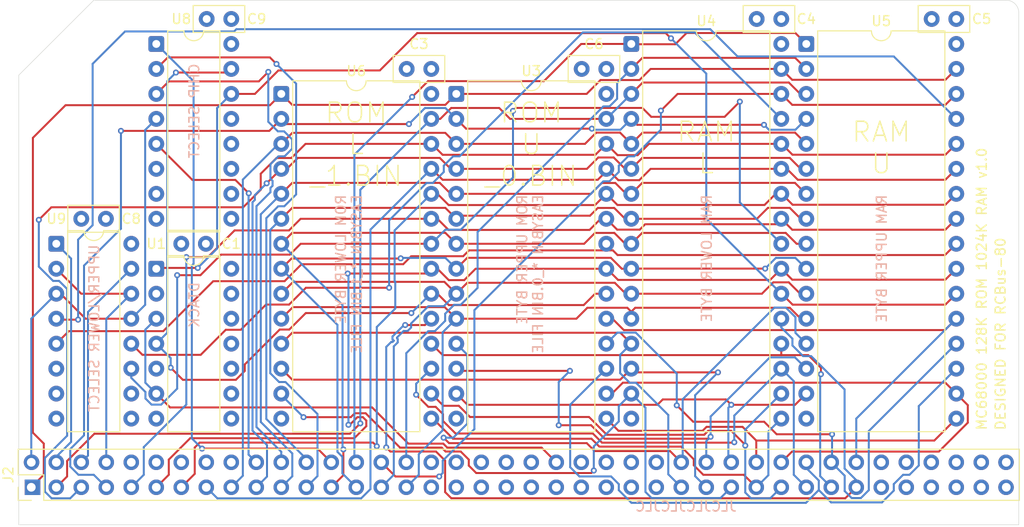
<source format=kicad_pcb>
(kicad_pcb (version 20241229) (generator "pcbnew") (generator_version "9.0")
  (layers (0 "F.Cu" signal) (4 "In1.Cu" power) (6 "In2.Cu" power) (2 "B.Cu" signal) (13 "F.Paste" user) (15 "B.Paste" user) (5 "F.SilkS" user "F.Silkscreen") (7 "B.SilkS" user "B.Silkscreen") (1 "F.Mask" user) (3 "B.Mask" user) (25 "Edge.Cuts" user))
  (net 0 "")
  (net 1 "+5V")
  (net 2 "GND")
  (net 3 "/A14")
  (net 9 "/A12")
  (net 10 "/A10")
  (net 11 "/A11")
  (net 12 "/A13")
  (net 13 "/D3")
  (net 16 "/A16")
  (net 19 "/D2")
  (net 20 "/D0")
  (net 21 "/A7")
  (net 22 "/D1")
  (net 23 "/A2")
  (net 24 "/D5")
  (net 25 "/D6")
  (net 27 "/A9")
  (net 28 "/A15")
  (net 29 "/A4")
  (net 30 "/A3")
  (net 32 "/A5")
  (net 35 "/A8")
  (net 36 "/D7")
  (net 38 "/A6")
  (net 39 "/A1")
  (net 40 "/D4")
  (net 41 "/~{DTACK}")
  (net 42 "/~{ROM_CS}")
  (net 43 "/~{RAM_CS}")
  (net 44 "/D14")
  (net 45 "/D15")
  (net 46 "/D12")
  (net 47 "/D9")
  (net 48 "/D11")
  (net 49 "/D8")
  (net 50 "/D13")
  (net 51 "/~{RD_HI}")
  (net 52 "/D10")
  (net 53 "/~{RD_LO}")
  (net 54 "/~{WR_LO}")
  (net 55 "/A17")
  (net 56 "/A19")
  (net 57 "/A18")
  (net 58 "/~{WR_HI}")
  (net 59 "/A22")
  (net 60 "/A21")
  (net 61 "/A20")
  (net 62 "/~{AS}")
  (net 69 "/A23")
  (net 71 "/~{UDS}")
  (net 73 "/R{slash}~{W}")
  (net 75 "/~{LDS}")
  (footprint "Package_DIP:DIP-16_W7.62mm" (layer "F.Cu") (at 99.06 62.865)
    (property "Reference" "U8")
    (property "Value" "74LS138")
  )
  (footprint "Package_DIP:DIP-28_W15.24mm" (layer "F.Cu") (at 129.54 67.945)
    (property "Reference" "U3")
    (property "Value" "W27C512")
  )
  (footprint "Capacitor_THT:C_Disc_D5.0mm_W2.5mm_P2.50mm" (layer "F.Cu") (at 104.18 60.325)
    (property "Reference" "C9")
    (property "Value" "100n")
  )
  (footprint "MyLibrary2023:RCBus_80p_Medium" (layer "F.Cu") (at 85.09 111.76)
    (property "Reference" "J2")
    (property "Value" "RCBus_80PIN_68000")
    (fp_line (start 0 -45.72) (end 0 0) (stroke (width 0.05)) (layer "Edge.Cuts"))
    (fp_line (start 0 0) (end 101.6 0) (stroke (width 0.05)) (layer "Edge.Cuts"))
    (fp_line (start 7.62 -53.34) (end 0 -45.72) (stroke (width 0.05)) (layer "Edge.Cuts"))
    (fp_line (start 100.33 -53.34) (end 7.62 -53.34) (stroke (width 0.05)) (layer "Edge.Cuts"))
    (fp_line (start 101.6 0) (end 101.6 -52.07) (stroke (width 0.05)) (layer "Edge.Cuts"))
    (fp_arc (start 100.33 -53.34) (mid 101.228026 -52.968026) (end 101.6 -52.07) (stroke (width 0.05)) (layer "Edge.Cuts"))
  )
  (footprint "Capacitor_THT:C_Disc_D5.0mm_W2.5mm_P2.50mm" (layer "F.Cu") (at 104.1 83.185 180)
    (property "Reference" "C1")
    (property "Value" "100n")
  )
  (footprint "Capacitor_THT:C_Disc_D5.0mm_W2.5mm_P2.50mm" (layer "F.Cu") (at 177.84 60.325)
    (property "Reference" "C5")
    (property "Value" "100n")
  )
  (footprint "Package_DIP:DIP-16_W7.62mm" (layer "F.Cu") (at 88.9 83.185)
    (property "Reference" "U9")
    (property "Value" "74LS139")
  )
  (footprint "Capacitor_THT:C_Disc_D5.0mm_W2.5mm_P2.50mm" (layer "F.Cu") (at 93.94 80.645 180)
    (property "Reference" "C8")
    (property "Value" "100n")
  )
  (footprint "Package_DIP:DIP-28_W15.24mm" (layer "F.Cu") (at 111.76 67.945)
    (property "Reference" "U6")
    (property "Value" "W27C512")
  )
  (footprint "Package_DIP:DIP-14_W7.62mm" (layer "F.Cu") (at 99.06 85.725)
    (property "Reference" "U1")
    (property "Value" "74LS125")
  )
  (footprint "Package_DIP:DIP-32_W15.24mm" (layer "F.Cu") (at 165.1 62.865)
    (property "Reference" "U5")
    (property "Value" "AS6C4008-55PCN")
  )
  (footprint "Capacitor_THT:C_Disc_D5.0mm_W2.5mm_P2.50mm" (layer "F.Cu") (at 144.78 65.405 180)
    (property "Reference" "C6")
    (property "Value" "100n")
  )
  (footprint "Package_DIP:DIP-32_W15.24mm" (layer "F.Cu") (at 147.32 62.865)
    (property "Reference" "U4")
    (property "Value" "AS6C4008-55PCN")
  )
  (footprint "Capacitor_THT:C_Disc_D5.0mm_W2.5mm_P2.50mm" (layer "F.Cu") (at 127 65.405 180)
    (property "Reference" "C3")
    (property "Value" "100n")
  )
  (footprint "Capacitor_THT:C_Disc_D5.0mm_W2.5mm_P2.50mm" (layer "F.Cu") (at 160.06 60.325)
    (property "Reference" "C4")
    (property "Value" "100n")
  )
  (gr_text "ROM\nL\n_1.BIN" (at 119.38 77.47 0) (layer "F.SilkS") (effects (font (size 2 2)) (justify bottom)))
  (gr_text "DESIGNED FOR RCBus-80" (at 185.42 102.235 90) (layer "F.SilkS") (effects (font (size 1 1)) (justify left bottom)))
  (gr_text "RAM\nL" (at 154.94 76.2 0) (layer "F.SilkS") (effects (font (size 2 2)) (justify bottom)))
  (gr_text "ROM\nU\n_0.BIN" (at 137.16 77.47 0) (layer "F.SilkS") (effects (font (size 2 2)) (justify bottom)))
  (gr_text "MC68000 128K ROM 1024K RAM v1.0" (at 183.515 102.235 90) (layer "F.SilkS") (effects (font (size 1 1)) (justify left bottom)))
  (gr_text "RAM\nU" (at 172.72 76.2 0) (layer "F.SilkS") (effects (font (size 2 2)) (justify bottom)))
  (gr_text "ROM LOWER BYTE\nEASYBIN *_1.BIN FILE" (at 120.015 78.105 90) (layer "B.SilkS") (effects (font (size 1 1)) (justify left bottom mirror)))
  (gr_text "RAM LOWER BYTE" (at 155.575 78.105 90) (layer "B.SilkS") (effects (font (size 1 1)) (justify left bottom mirror)))
  (gr_text "ROM UPPER BYTE\nEASYBIN *_0.BIN FILE" (at 138.43 78.105 90) (layer "B.SilkS") (effects (font (size 1 1)) (justify left bottom mirror)))
  (gr_text "CHIP SELECT" (at 103.505 64.77 90) (layer "B.SilkS") (effects (font (size 1 1)) (justify left bottom mirror)))
  (gr_text "UPPER/LOWER SELECT" (at 93.345 83.185 90) (layer "B.SilkS") (effects (font (size 1 1)) (justify left bottom mirror)))
  (gr_text "JLCJLCJLCJLC" (at 158.115 110.49 0) (layer "B.SilkS") (effects (font (size 1 1)) (justify left bottom mirror)))
  (gr_text "DTACK" (at 103.505 86.995 90) (layer "B.SilkS") (effects (font (size 1 1)) (justify left bottom mirror)))
  (gr_text "RAM UPPER BYTE" (at 173.355 78.105 90) (layer "B.SilkS") (effects (font (size 1 1)) (justify left bottom mirror)))
  (segment (start 143.6688 74.1362) (end 128.1498 74.1362) (width 0.2) (layer "F.Cu") (net 3))
  (segment (start 127 73.025) (end 114.2234 73.025) (width 0.2) (layer "F.Cu") (net 3))
  (segment (start 111.2716 74.4633) (end 109.6721 76.0628) (width 0.2) (layer "F.Cu") (net 3))
  (segment (start 147.9735 74.1715) (end 149.12 73.025) (width 0.2) (layer "F.Cu") (net 3))
  (segment (start 128.1498 74.1362) (end 127.0386 73.025) (width 0.2) (layer "F.Cu") (net 3))
  (segment (start 112.7851 74.4633) (end 111.2716 74.4633) (width 0.2) (layer "F.Cu") (net 3))
  (segment (start 145.9265 74.1715) (end 147.9735 74.1715) (width 0.2) (layer "F.Cu") (net 3))
  (segment (start 163.6931 74.1267) (end 162.5914 73.025) (width 0.2) (layer "F.Cu") (net 3))
  (segment (start 180.34 73.025) (end 179.2383 74.1267) (width 0.2) (layer "F.Cu") (net 3))
  (segment (start 109.6721 76.0628) (end 109.6721 77.6917) (width 0.2) (layer "F.Cu") (net 3))
  (segment (start 88.4022 79.4745) (end 87.1243 80.7524) (width 0.2) (layer "F.Cu") (net 3))
  (segment (start 107.8893 79.4745) (end 88.4022 79.4745) (width 0.2) (layer "F.Cu") (net 3))
  (segment (start 114.2234 73.025) (end 112.7851 74.4633) (width 0.2) (layer "F.Cu") (net 3))
  (segment (start 144.78 73.025) (end 143.6688 74.1362) (width 0.2) (layer "F.Cu") (net 3))
  (segment (start 179.2383 74.1267) (end 163.6931 74.1267) (width 0.2) (layer "F.Cu") (net 3))
  (segment (start 149.12 73.025) (end 162.56 73.025) (width 0.2) (layer "F.Cu") (net 3))
  (segment (start 144.78 73.025) (end 145.9265 74.1715) (width 0.2) (layer "F.Cu") (net 3))
  (segment (start 109.6721 77.6917) (end 107.8893 79.4745) (width 0.2) (layer "F.Cu") (net 3))
  (via (at 87.1243 80.7524) (size 0.6) (drill 0.3) (layers "F.Cu" "B.Cu") (net 3))
  (segment (start 87.7427 104.9675) (end 90.0048 102.7054) (width 0.2) (layer "B.Cu") (net 3))
  (segment (start 90.0048 87.7856) (end 89.1839 86.9647) (width 0.2) (layer "B.Cu") (net 3))
  (segment (start 90.3188 109.0712) (end 88.4202 109.0712) (width 0.2) (layer "B.Cu") (net 3))
  (segment (start 88.4202 109.0712) (end 87.7427 108.3937) (width 0.2) (layer "B.Cu") (net 3))
  (segment (start 88.5773 86.9647) (end 87.1243 85.5117) (width 0.2) (layer "B.Cu") (net 3))
  (segment (start 90.0048 102.7054) (end 90.0048 87.7856) (width 0.2) (layer "B.Cu") (net 3))
  (segment (start 87.1243 85.5117) (end 87.1243 80.7524) (width 0.2) (layer "B.Cu") (net 3))
  (segment (start 91.44 107.95) (end 90.3188 109.0712) (width 0.2) (layer "B.Cu") (net 3))
  (segment (start 89.1839 86.9647) (end 88.5773 86.9647) (width 0.2) (layer "B.Cu") (net 3))
  (segment (start 87.7427 108.3937) (end 87.7427 104.9675) (width 0.2) (layer "B.Cu") (net 3))
  (segment (start 162.56 81.2006) (end 148.7296 81.2006) (width 0.2) (layer "F.Cu") (net 9))
  (segment (start 127 80.645) (end 113.7252 80.645) (width 0.2) (layer "F.Cu") (net 9))
  (segment (start 145.8826 81.7476) (end 144.78 80.645) (width 0.2) (layer "F.Cu") (net 9))
  (segment (start 180.34 80.645) (end 179.2288 81.7562) (width 0.2) (layer "F.Cu") (net 9))
  (segment (start 128.7571 81.7791) (end 127.623 80.645) (width 0.2) (layer "F.Cu") (net 9))
  (segment (start 104.3059 84.5372) (end 102.112 84.5372) (width 0.2) (layer "F.Cu") (net 9))
  (segment (start 163.1156 81.2006) (end 162.56 81.2006) (width 0.2) (layer "F.Cu") (net 9))
  (segment (start 107.0131 81.83) (end 104.3059 84.5372) (width 0.2) (layer "F.Cu") (net 9))
  (segment (start 112.5402 81.83) (end 107.0131 81.83) (width 0.2) (layer "F.Cu") (net 9))
  (segment (start 113.7252 80.645) (end 112.5402 81.83) (width 0.2) (layer "F.Cu") (net 9))
  (segment (start 179.2288 81.7562) (end 163.6712 81.7562) (width 0.2) (layer "F.Cu") (net 9))
  (segment (start 148.7296 81.2006) (end 148.1826 81.7476) (width 0.2) (layer "F.Cu") (net 9))
  (segment (start 163.6712 81.7562) (end 163.1156 81.2006) (width 0.2) (layer "F.Cu") (net 9))
  (segment (start 144.2121 80.645) (end 143.078 81.7791) (width 0.2) (layer "F.Cu") (net 9))
  (segment (start 143.078 81.7791) (end 128.7571 81.7791) (width 0.2) (layer "F.Cu") (net 9))
  (segment (start 148.1826 81.7476) (end 145.8826 81.7476) (width 0.2) (layer "F.Cu") (net 9))
  (via (at 102.112 84.5372) (size 0.6) (drill 0.3) (layers "F.Cu" "B.Cu") (net 9))
  (segment (start 97.79 106.68) (end 96.52 107.95) (width 0.2) (layer "B.Cu") (net 9))
  (segment (start 97.79 103.864) (end 97.79 106.68) (width 0.2) (layer "B.Cu") (net 9))
  (segment (start 102.112 84.5372) (end 102.112 99.542) (width 0.2) (layer "B.Cu") (net 9))
  (segment (start 102.112 99.542) (end 97.79 103.864) (width 0.2) (layer "B.Cu") (net 9))
  (segment (start 103.4627 103.4066) (end 121.0894 103.4066) (width 0.2) (layer "F.Cu") (net 10))
  (segment (start 102.9664 103.9029) (end 103.4627 103.4066) (width 0.2) (layer "F.Cu") (net 10))
  (segment (start 160.8558 79.2413) (end 145.9163 79.2413) (width 0.2) (layer "F.Cu") (net 10))
  (segment (start 144.78 78.105) (end 143.6356 79.2494) (width 0.2) (layer "F.Cu") (net 10))
  (segment (start 128.7674 79.2494) (end 127.623 78.105) (width 0.2) (layer "F.Cu") (net 10))
  (segment (start 121.0894 103.4066) (end 121.4623 103.7795) (width 0.2) (layer "F.Cu") (net 10))
  (segment (start 179.2288 79.2162) (end 163.7098 79.2162) (width 0.2) (layer "F.Cu") (net 10))
  (segment (start 101.6 107.95) (end 102.9664 106.5836) (width 0.2) (layer "F.Cu") (net 10))
  (segment (start 180.34 78.105) (end 179.2288 79.2162) (width 0.2) (layer "F.Cu") (net 10))
  (segment (start 102.9664 106.5836) (end 102.9664 103.9029) (width 0.2) (layer "F.Cu") (net 10))
  (segment (start 143.6356 79.2494) (end 128.7674 79.2494) (width 0.2) (layer "F.Cu") (net 10))
  (segment (start 163.7098 79.2162) (end 162.5986 78.105) (width 0.2) (layer "F.Cu") (net 10))
  (segment (start 161.9921 78.105) (end 160.8558 79.2413) (width 0.2) (layer "F.Cu") (net 10))
  (segment (start 145.9163 79.2413) (end 144.78 78.105) (width 0.2) (layer "F.Cu") (net 10))
  (via (at 121.4623 103.7795) (size 0.6) (drill 0.3) (layers "F.Cu" "B.Cu") (net 10))
  (segment (start 121.4623 103.7795) (end 121.4623 91.6521) (width 0.2) (layer "B.Cu") (net 10))
  (segment (start 123.274 86.99) (end 123.274 81.831) (width 0.2) (layer "B.Cu") (net 10))
  (segment (start 123.274 81.831) (end 127 78.105) (width 0.2) (layer "B.Cu") (net 10))
  (segment (start 123.3425 87.0585) (end 123.274 86.99) (width 0.2) (layer "B.Cu") (net 10))
  (segment (start 123.3425 89.7719) (end 123.3425 87.0585) (width 0.2) (layer "B.Cu") (net 10))
  (segment (start 121.4623 91.6521) (end 123.3425 89.7719) (width 0.2) (layer "B.Cu") (net 10))
  (segment (start 119.4901 100.823) (end 118.718 101.5951) (width 0.2) (layer "F.Cu") (net 11))
  (segment (start 130.3485 86.8817) (end 128.7797 86.8817) (width 0.2) (layer "F.Cu") (net 11))
  (segment (start 131.5052 85.725) (end 130.3485 86.8817) (width 0.2) (layer "F.Cu") (net 11))
  (segment (start 144.78 85.725) (end 131.5052 85.725) (width 0.2) (layer "F.Cu") (net 11))
  (segment (start 128.7797 86.8817) (end 127.623 85.725) (width 0.2) (layer "F.Cu") (net 11))
  (segment (start 118.718 101.5951) (end 118.585 101.5951) (width 0.2) (layer "F.Cu") (net 11))
  (segment (start 145.9763 86.8628) (end 144.8385 85.725) (width 0.2) (layer "F.Cu") (net 11))
  (segment (start 120.3982 101.738) (end 120.3982 101.1661) (width 0.2) (layer "F.Cu") (net 11))
  (segment (start 100.33 106.68) (end 100.33 105.1338) (width 0.2) (layer "F.Cu") (net 11))
  (segment (start 120.0551 100.823) (end 119.4901 100.823) (width 0.2) (layer "F.Cu") (net 11))
  (segment (start 162.56 85.725) (end 161.4222 86.8628) (width 0.2) (layer "F.Cu") (net 11))
  (segment (start 161.4222 86.8628) (end 145.9763 86.8628) (width 0.2) (layer "F.Cu") (net 11))
  (segment (start 163.6712 86.8362) (end 179.2288 86.8362) (width 0.2) (layer "F.Cu") (net 11))
  (segment (start 100.33 105.1338) (end 102.5017 102.9621) (width 0.2) (layer "F.Cu") (net 11))
  (segment (start 102.5017 102.9621) (end 119.1741 102.9621) (width 0.2) (layer "F.Cu") (net 11))
  (segment (start 99.06 107.95) (end 100.33 106.68) (width 0.2) (layer "F.Cu") (net 11))
  (segment (start 118.5073 86.2109) (end 126.5141 86.2109) (width 0.2) (layer "F.Cu") (net 11))
  (segment (start 162.56 85.725) (end 163.6712 86.8362) (width 0.2) (layer "F.Cu") (net 11))
  (segment (start 120.3982 101.1661) (end 120.0551 100.823) (width 0.2) (layer "F.Cu") (net 11))
  (segment (start 179.2288 86.8362) (end 180.34 85.725) (width 0.2) (layer "F.Cu") (net 11))
  (segment (start 119.1741 102.9621) (end 120.3982 101.738) (width 0.2) (layer "F.Cu") (net 11))
  (via (at 118.5073 86.2109) (size 0.6) (drill 0.3) (layers "F.Cu" "B.Cu") (net 11))
  (via (at 118.585 101.5951) (size 0.6) (drill 0.3) (layers "F.Cu" "B.Cu") (net 11))
  (segment (start 118.585 86.2886) (end 118.5073 86.2109) (width 0.2) (layer "B.Cu") (net 11))
  (segment (start 118.5623 86.2109) (end 118.5073 86.2109) (width 0.2) (layer "B.Cu") (net 11))
  (segment (start 118.585 101.5951) (end 118.585 86.2886) (width 0.2) (layer "B.Cu") (net 11))
  (segment (start 147.32 70.485) (end 147.9218 71.0868) (width 0.2) (layer "F.Cu") (net 12))
  (segment (start 130.5333 71.4783) (end 129.54 70.485) (width 0.2) (layer "F.Cu") (net 12))
  (segment (start 124.727 71.0106) (end 112.2856 71.0106) (width 0.2) (layer "F.Cu") (net 12))
  (segment (start 95.4697 71.7042) (end 110.5408 71.7042) (width 0.2) (layer "F.Cu") (net 12))
  (segment (start 110.5408 71.7042) (end 111.76 70.485) (width 0.2) (layer "F.Cu") (net 12))
  (segment (start 143.3158 71.4783) (end 130.5333 71.4783) (width 0.2) (layer "F.Cu") (net 12))
  (segment (start 112.2856 71.0106) (end 111.76 70.485) (width 0.2) (layer "F.Cu") (net 12))
  (segment (start 147.9218 71.0868) (end 160.8025 71.0868) (width 0.2) (layer "F.Cu") (net 12))
  (via (at 95.4697 71.7042) (size 0.6) (drill 0.3) (layers "F.Cu" "B.Cu") (net 12))
  (via (at 143.3158 71.4783) (size 0.6) (drill 0.3) (layers "F.Cu" "B.Cu") (net 12))
  (via (at 160.8025 71.0868) (size 0.6) (drill 0.3) (layers "F.Cu" "B.Cu") (net 12))
  (via (at 124.727 71.0106) (size 0.6) (drill 0.3) (layers "F.Cu" "B.Cu") (net 12))
  (segment (start 90.3209 105.8441) (end 90.3209 104.0598) (width 0.2) (layer "B.Cu") (net 12))
  (segment (start 93.98 107.95) (end 92.71 106.68) (width 0.2) (layer "B.Cu") (net 12))
  (segment (start 90.3209 104.0598) (end 91.7195 102.6612) (width 0.2) (layer "B.Cu") (net 12))
  (segment (start 147.32 70.485) (end 146.2183 71.5867) (width 0.2) (layer "B.Cu") (net 12))
  (segment (start 143.4242 71.5867) (end 143.3158 71.4783) (width 0.2) (layer "B.Cu") (net 12))
  (segment (start 165.1 70.485) (end 163.9983 71.5867) (width 0.2) (layer "B.Cu") (net 12))
  (segment (start 126.3543 69.3833) (end 124.727 71.0106) (width 0.2) (layer "B.Cu") (net 12))
  (segment (start 161.3024 71.5867) (end 160.8025 71.0868) (width 0.2) (layer "B.Cu") (net 12))
  (segment (start 91.7195 102.6612) (end 91.7195 85.4055) (width 0.2) (layer "B.Cu") (net 12))
  (segment (start 128.4383 69.3833) (end 126.3543 69.3833) (width 0.2) (layer "B.Cu") (net 12))
  (segment (start 146.2183 71.5867) (end 143.4242 71.5867) (width 0.2) (layer "B.Cu") (net 12))
  (segment (start 129.54 70.485) (end 128.4383 69.3833) (width 0.2) (layer "B.Cu") (net 12))
  (segment (start 91.1568 106.68) (end 90.3209 105.8441) (width 0.2) (layer "B.Cu") (net 12))
  (segment (start 95.4697 81.6553) (end 95.4697 71.7042) (width 0.2) (layer "B.Cu") (net 12))
  (segment (start 92.71 106.68) (end 91.1568 106.68) (width 0.2) (layer "B.Cu") (net 12))
  (segment (start 163.9983 71.5867) (end 161.3024 71.5867) (width 0.2) (layer "B.Cu") (net 12))
  (segment (start 91.7195 85.4055) (end 95.4697 81.6553) (width 0.2) (layer "B.Cu") (net 12))
  (segment (start 154.6389 106.68) (end 153.67 105.7111) (width 0.2) (layer "F.Cu") (net 13))
  (segment (start 153.67 105.7111) (end 153.67 105.1022) (width 0.2) (layer "F.Cu") (net 13))
  (segment (start 158.75 106.68) (end 154.6389 106.68) (width 0.2) (layer "F.Cu") (net 13))
  (segment (start 160.02 107.95) (end 158.75 106.68) (width 0.2) (layer "F.Cu") (net 13))
  (segment (start 152.3816 103.8138) (end 144.0776 103.8138) (width 0.2) (layer "F.Cu") (net 13))
  (segment (start 153.67 105.1022) (end 152.3816 103.8138) (width 0.2) (layer "F.Cu") (net 13))
  (segment (start 143.2757 103.0119) (end 129.2085 103.0119) (width 0.2) (layer "F.Cu") (net 13))
  (segment (start 144.0776 103.8138) (end 143.2757 103.0119) (width 0.2) (layer "F.Cu") (net 13))
  (segment (start 129.2085 103.0119) (end 127.1616 100.965) (width 0.2) (layer "F.Cu") (net 13))
  (segment (start 161.2487 106.7213) (end 160.02 107.95) (width 0.2) (layer "B.Cu") (net 13))
  (segment (start 161.2487 102.2763) (end 161.2487 106.7213) (width 0.2) (layer "B.Cu") (net 13))
  (segment (start 162.56 100.965) (end 161.2487 102.2763) (width 0.2) (layer "B.Cu") (net 13))
  (segment (start 87.63 106.68) (end 87.63 103.505) (width 0.2) (layer "F.Cu") (net 16))
  (segment (start 128.4268 69.0582) (end 129.54 67.945) (width 0.2) (layer "F.Cu") (net 16))
  (segment (start 111.76 67.945) (end 110.6119 69.0931) (width 0.2) (layer "F.Cu") (net 16))
  (segment (start 162.56 65.405) (end 163.6617 66.5067) (width 0.2) (layer "F.Cu") (net 16))
  (segment (start 86.5233 72.4145) (end 89.8447 69.0931) (width 0.2) (layer "F.Cu") (net 16))
  (segment (start 111.76 67.945) (end 112.8732 69.0582) (width 0.2) (layer "F.Cu") (net 16))
  (segment (start 87.63 103.505) (end 86.5233 102.3983) (width 0.2) (layer "F.Cu") (net 16))
  (segment (start 149.2852 65.405) (end 148.1568 66.5334) (width 0.2) (layer "F.Cu") (net 16))
  (segment (start 110.6119 69.0931) (end 89.8447 69.0931) (width 0.2) (layer "F.Cu") (net 16))
  (segment (start 142.7827 67.945) (end 129.54 67.945) (width 0.2) (layer "F.Cu") (net 16))
  (segment (start 112.8732 69.0582) (end 128.4268 69.0582) (width 0.2) (layer "F.Cu") (net 16))
  (segment (start 162.56 65.405) (end 149.2852 65.405) (width 0.2) (layer "F.Cu") (net 16))
  (segment (start 86.36 107.95) (end 87.63 106.68) (width 0.2) (layer "F.Cu") (net 16))
  (segment (start 163.6617 66.5067) (end 179.2383 66.5067) (width 0.2) (layer "F.Cu") (net 16))
  (segment (start 86.5233 102.3983) (end 86.5233 72.4145) (width 0.2) (layer "F.Cu") (net 16))
  (segment (start 144.1943 66.5334) (end 142.7827 67.945) (width 0.2) (layer "F.Cu") (net 16))
  (segment (start 179.2383 66.5067) (end 180.34 65.405) (width 0.2) (layer "F.Cu") (net 16))
  (segment (start 148.1568 66.5334) (end 144.1943 66.5334) (width 0.2) (layer "F.Cu") (net 16))
  (segment (start 143.5101 106.2455) (end 143.2555 106.5001) (width 0.2) (layer "F.Cu") (net 19))
  (segment (start 130.8101 105.7455) (end 130.8101 105.1352) (width 0.2) (layer "F.Cu") (net 19))
  (segment (start 123.8215 103.9122) (end 120.3306 100.4213) (width 0.2) (layer "F.Cu") (net 19))
  (segment (start 118.8234 100.8215) (end 119.2236 100.4213) (width 0.2) (layer "F.Cu") (net 19))
  (segment (start 130.8101 105.1352) (end 129.9888 104.3139) (width 0.2) (layer "F.Cu") (net 19))
  (segment (start 128.0539 103.9122) (end 123.8215 103.9122) (width 0.2) (layer "F.Cu") (net 19))
  (segment (start 143.2555 106.5001) (end 131.5647 106.5001) (width 0.2) (layer "F.Cu") (net 19))
  (segment (start 131.5647 106.5001) (end 130.8101 105.7455) (width 0.2) (layer "F.Cu") (net 19))
  (segment (start 114.0216 100.8215) (end 114.0201 100.823) (width 0.2) (layer "F.Cu") (net 19))
  (segment (start 128.4556 104.3139) (end 128.0539 103.9122) (width 0.2) (layer "F.Cu") (net 19))
  (segment (start 120.3306 100.4213) (end 119.2236 100.4213) (width 0.2) (layer "F.Cu") (net 19))
  (segment (start 129.9888 104.3139) (end 128.4556 104.3139) (width 0.2) (layer "F.Cu") (net 19))
  (segment (start 118.8234 100.8215) (end 114.0216 100.8215) (width 0.2) (layer "F.Cu") (net 19))
  (via (at 143.5101 106.2455) (size 0.6) (drill 0.3) (layers "F.Cu" "B.Cu") (net 19))
  (via (at 114.0201 100.823) (size 0.6) (drill 0.3) (layers "F.Cu" "B.Cu") (net 19))
  (segment (start 156.39 109.04) (end 149.3759 109.04) (width 0.2) (layer "B.Cu") (net 19))
  (segment (start 148.7599 99.8648) (end 148.7598 99.8648) (width 0.2) (layer "B.Cu") (net 19))
  (segment (start 147.32 98.425) (end 146.05 99.695) (width 0.2) (layer "B.Cu") (net 19))
  (segment (start 146.05 99.695) (end 146.05 101.254) (width 0.2) (layer "B.Cu") (net 19))
  (segment (start 143.5101 103.7939) (end 143.5101 106.2455) (width 0.2) (layer "B.Cu") (net 19))
  (segment (start 157.48 107.95) (end 156.39 109.04) (width 0.2) (layer "B.Cu") (net 19))
  (segment (start 149.3759 109.04) (end 148.7599 108.424) (width 0.2) (layer "B.Cu") (net 19))
  (segment (start 114.0201 100.823) (end 111.76 98.5629) (width 0.2) (layer "B.Cu") (net 19))
  (segment (start 146.05 101.254) (end 143.5101 103.7939) (width 0.2) (layer "B.Cu") (net 19))
  (segment (start 148.7599 108.424) (end 148.7599 99.8648) (width 0.2) (layer "B.Cu") (net 19))
  (segment (start 148.7598 99.8648) (end 147.32 98.425) (width 0.2) (layer "B.Cu") (net 19))
  (segment (start 112.8713 92.2337) (end 146.2087 92.2337) (width 0.2) (layer "F.Cu") (net 20))
  (segment (start 146.2087 92.2337) (end 147.32 93.345) (width 0.2) (layer "F.Cu") (net 20))
  (segment (start 111.76 93.345) (end 112.8713 92.2337) (width 0.2) (layer "F.Cu") (net 20))
  (segment (start 147.1646 97.3233) (end 147.8014 97.3233) (width 0.2) (layer "B.Cu") (net 20))
  (segment (start 146.1887 94.4763) (end 146.1887 96.3474) (width 0.2) (layer "B.Cu") (net 20))
  (segment (start 147.32 93.345) (end 146.1887 94.4763) (width 0.2) (layer "B.Cu") (net 20))
  (segment (start 146.1887 96.3474) (end 147.1646 97.3233) (width 0.2) (layer "B.Cu") (net 20))
  (segment (start 151.0812 106.6312) (end 152.4 107.95) (width 0.2) (layer "B.Cu") (net 20))
  (segment (start 147.8014 97.3233) (end 151.0812 100.6031) (width 0.2) (layer "B.Cu") (net 20))
  (segment (start 151.0812 100.6031) (end 151.0812 106.6312) (width 0.2) (layer "B.Cu") (net 20))
  (segment (start 110.2738 77.0353) (end 111.7441 75.565) (width 0.2) (layer "F.Cu") (net 21))
  (segment (start 145.5305 74.4116) (end 146.6839 75.565) (width 0.2) (layer "F.Cu") (net 21))
  (segment (start 129.54 75.565) (end 142.8148 75.565) (width 0.2) (layer "F.Cu") (net 21))
  (segment (start 163.4228 74.4537) (end 148.4313 74.4537) (width 0.2) (layer "F.Cu") (net 21))
  (segment (start 143.9682 74.4116) (end 145.5305 74.4116) (width 0.2) (layer "F.Cu") (net 21))
  (segment (start 127.8628 74.4537) (end 128.9741 75.565) (width 0.2) (layer "F.Cu") (net 21))
  (segment (start 148.4313 74.4537) (end 147.32 75.565) (width 0.2) (layer "F.Cu") (net 21))
  (segment (start 112.3279 75.565) (end 113.4392 74.4537) (width 0.2) (layer "F.Cu") (net 21))
  (segment (start 164.5341 75.565) (end 163.4228 74.4537) (width 0.2) (layer "F.Cu") (net 21))
  (segment (start 142.8148 75.565) (end 143.9682 74.4116) (width 0.2) (layer "F.Cu") (net 21))
  (segment (start 113.4392 74.4537) (end 127.8628 74.4537) (width 0.2) (layer "F.Cu") (net 21))
  (via (at 110.2738 77.0353) (size 0.6) (drill 0.3) (layers "F.Cu" "B.Cu") (net 21))
  (segment (start 110.3091 106.8609) (end 109.22 107.95) (width 0.2) (layer "B.Cu") (net 21))
  (segment (start 110.2738 77.0353) (end 109.073 78.2361) (width 0.2) (layer "B.Cu") (net 21))
  (segment (start 109.073 78.2361) (end 109.073 78.7279) (width 0.2) (layer "B.Cu") (net 21))
  (segment (start 110.3091 103.6586) (end 110.3091 106.8609) (width 0.2) (layer "B.Cu") (net 21))
  (segment (start 108.8376 78.9633) (end 108.8376 102.1871) (width 0.2) (layer "B.Cu") (net 21))
  (segment (start 109.073 78.7279) (end 108.8376 78.9633) (width 0.2) (layer "B.Cu") (net 21))
  (segment (start 108.8376 102.1871) (end 110.3091 103.6586) (width 0.2) (layer "B.Cu") (net 21))
  (segment (start 111.76 95.885) (end 112.88 97.005) (width 0.2) (layer "F.Cu") (net 22))
  (segment (start 146.2 97.005) (end 147.32 95.885) (width 0.2) (layer "F.Cu") (net 22))
  (segment (start 156.1273 96.264) (end 147.699 96.264) (width 0.2) (layer "F.Cu") (net 22))
  (segment (start 112.88 97.005) (end 146.2 97.005) (width 0.2) (layer "F.Cu") (net 22))
  (via (at 156.1273 96.264) (size 0.6) (drill 0.3) (layers "F.Cu" "B.Cu") (net 22))
  (segment (start 153.8087 106.8187) (end 153.8087 98.5826) (width 0.2) (layer "B.Cu") (net 22))
  (segment (start 154.94 107.95) (end 153.8087 106.8187) (width 0.2) (layer "B.Cu") (net 22))
  (segment (start 153.8087 98.5826) (end 156.1273 96.264) (width 0.2) (layer "B.Cu") (net 22))
  (segment (start 164.4771 88.265) (end 163.3204 87.1083) (width 0.2) (layer "F.Cu") (net 23))
  (segment (start 130.6513 87.1537) (end 145.6428 87.1537) (width 0.2) (layer "F.Cu") (net 23))
  (segment (start 145.6428 87.1537) (end 146.7541 88.265) (width 0.2) (layer "F.Cu") (net 23))
  (segment (start 128.3321 87.0571) (end 112.9679 87.0571) (width 0.2) (layer "F.Cu") (net 23))
  (segment (start 161.7515 87.1083) (end 160.5948 88.265) (width 0.2) (layer "F.Cu") (net 23))
  (segment (start 163.3204 87.1083) (end 161.7515 87.1083) (width 0.2) (layer "F.Cu") (net 23))
  (segment (start 112.9679 87.0571) (end 111.76 88.265) (width 0.2) (layer "F.Cu") (net 23))
  (segment (start 160.5948 88.265) (end 147.32 88.265) (width 0.2) (layer "F.Cu") (net 23))
  (segment (start 129.54 88.265) (end 128.3321 87.0571) (width 0.2) (layer "F.Cu") (net 23))
  (segment (start 129.54 88.265) (end 130.6513 87.1537) (width 0.2) (layer "F.Cu") (net 23))
  (segment (start 121.92 107.95) (end 123.19 106.68) (width 0.2) (layer "B.Cu") (net 23))
  (segment (start 124.9525 91.7) (end 124.9525 91.2881) (width 0.2) (layer "B.Cu") (net 23))
  (segment (start 123.5237 92.8016) (end 123.5237 92.719) (width 0.2) (layer "B.Cu") (net 23))
  (segment (start 126.7056 89.535) (end 128.27 89.535) (width 0.2) (layer "B.Cu") (net 23))
  (segment (start 123.19 106.68) (end 123.19 93.6186) (width 0.2) (layer "B.Cu") (net 23))
  (segment (start 123.5237 92.719) (end 124.1902 92.0525) (width 0.2) (layer "B.Cu") (net 23))
  (segment (start 124.9525 91.2881) (end 126.7056 89.535) (width 0.2) (layer "B.Cu") (net 23))
  (segment (start 123.5917 92.8696) (end 123.5237 92.8016) (width 0.2) (layer "B.Cu") (net 23))
  (segment (start 124.1902 92.0525) (end 124.6 92.0525) (width 0.2) (layer "B.Cu") (net 23))
  (segment (start 124.6 92.0525) (end 124.9525 91.7) (width 0.2) (layer "B.Cu") (net 23))
  (segment (start 128.27 89.535) (end 129.54 88.265) (width 0.2) (layer "B.Cu") (net 23))
  (segment (start 123.5917 93.2169) (end 123.5917 92.8696) (width 0.2) (layer "B.Cu") (net 23))
  (segment (start 123.19 93.6186) (end 123.5917 93.2169) (width 0.2) (layer "B.Cu") (net 23))
  (segment (start 129.4641 102.4815) (end 143.413 102.4815) (width 0.2) (layer "F.Cu") (net 24))
  (segment (start 143.413 102.4815) (end 144.3436 103.4121) (width 0.2) (layer "F.Cu") (net 24))
  (segment (start 157.7445 103.4121) (end 157.7848 103.3718) (width 0.2) (layer "F.Cu") (net 24))
  (segment (start 128.1922 101.2096) (end 129.4641 102.4815) (width 0.2) (layer "F.Cu") (net 24))
  (segment (start 126.7003 99.7703) (end 127.4491 99.7703) (width 0.2) (layer "F.Cu") (net 24))
  (segment (start 127.4491 99.7703) (end 128.1922 100.5134) (width 0.2) (layer "F.Cu") (net 24))
  (segment (start 125.4635 98.5335) (end 126.7003 99.7703) (width 0.2) (layer "F.Cu") (net 24))
  (segment (start 144.3436 103.4121) (end 157.7445 103.4121) (width 0.2) (layer "F.Cu") (net 24))
  (segment (start 128.1922 100.5134) (end 128.1922 101.2096) (width 0.2) (layer "F.Cu") (net 24))
  (via (at 125.4635 98.5335) (size 0.6) (drill 0.3) (layers "F.Cu" "B.Cu") (net 24))
  (via (at 157.7848 103.3718) (size 0.6) (drill 0.3) (layers "F.Cu" "B.Cu") (net 24))
  (segment (start 125.4635 98.5335) (end 125.4635 97.4215) (width 0.2) (layer "B.Cu") (net 24))
  (segment (start 163.83 106.68) (end 163.83 97.155) (width 0.2) (layer "B.Cu") (net 24))
  (segment (start 165.1 107.95) (end 163.83 106.68) (width 0.2) (layer "B.Cu") (net 24))
  (segment (start 157.7848 100.6602) (end 157.7848 103.3718) (width 0.2) (layer "B.Cu") (net 24))
  (segment (start 163.83 97.155) (end 162.56 95.885) (width 0.2) (layer "B.Cu") (net 24))
  (segment (start 125.4635 97.4215) (end 127 95.885) (width 0.2) (layer "B.Cu") (net 24))
  (segment (start 162.56 95.885) (end 157.7848 100.6602) (width 0.2) (layer "B.Cu") (net 24))
  (segment (start 162.56 93.345) (end 162.56 94.5083) (width 0.2) (layer "F.Cu") (net 25))
  (segment (start 127 93.345) (end 128.1633 94.5083) (width 0.2) (layer "F.Cu") (net 25))
  (segment (start 128.1633 94.5083) (end 162.56 94.5083) (width 0.2) (layer "F.Cu") (net 25))
  (segment (start 166.5846 95.7938) (end 166.5846 96.4498) (width 0.2) (layer "F.Cu") (net 25))
  (segment (start 165.2991 94.5083) (end 166.5846 95.7938) (width 0.2) (layer "F.Cu") (net 25))
  (segment (start 162.56 94.5083) (end 165.2991 94.5083) (width 0.2) (layer "F.Cu") (net 25))
  (via (at 166.5846 96.4498) (size 0.6) (drill 0.3) (layers "F.Cu" "B.Cu") (net 25))
  (segment (start 167.64 107.95) (end 166.5133 106.8233) (width 0.2) (layer "B.Cu") (net 25))
  (segment (start 166.5133 106.8233) (end 166.5133 96.5211) (width 0.2) (layer "B.Cu") (net 25))
  (segment (start 166.5133 96.5211) (end 166.5846 96.4498) (width 0.2) (layer "B.Cu") (net 25))
  (segment (start 162.56 75.565) (end 149.2852 75.565) (width 0.2) (layer "F.Cu") (net 27))
  (segment (start 144.78 75.8121) (end 143.9159 76.6762) (width 0.2) (layer "F.Cu") (net 27))
  (segment (start 180.34 75.565) (end 179.2288 76.6762) (width 0.2) (layer "F.Cu") (net 27))
  (segment (start 128.1498 76.6762) (end 127.0386 75.565) (width 0.2) (layer "F.Cu") (net 27))
  (segment (start 179.2288 76.6762) (end 164.2371 76.6762) (width 0.2) (layer "F.Cu") (net 27))
  (segment (start 143.9159 76.6762) (end 128.1498 76.6762) (width 0.2) (layer "F.Cu") (net 27))
  (segment (start 164.2371 76.6762) (end 163.1259 75.565) (width 0.2) (layer "F.Cu") (net 27))
  (segment (start 149.2852 75.565) (end 148.1312 76.719) (width 0.2) (layer "F.Cu") (net 27))
  (segment (start 148.1312 76.719) (end 146.0047 76.719) (width 0.2) (layer "F.Cu") (net 27))
  (segment (start 146.0047 76.719) (end 145.0978 75.8121) (width 0.2) (layer "F.Cu") (net 27))
  (segment (start 119.8779 109.0759) (end 105.2659 109.0759) (width 0.2) (layer "B.Cu") (net 27))
  (segment (start 120.8202 81.7448) (end 120.8202 108.1336) (width 0.2) (layer "B.Cu") (net 27))
  (segment (start 120.8202 108.1336) (end 119.8779 109.0759) (width 0.2) (layer "B.Cu") (net 27))
  (segment (start 105.2659 109.0759) (end 104.14 107.95) (width 0.2) (layer "B.Cu") (net 27))
  (segment (start 127 75.565) (end 120.8202 81.7448) (width 0.2) (layer "B.Cu") (net 27))
  (segment (start 127.9113 70.485) (end 129.0187 69.3776) (width 0.2) (layer "F.Cu") (net 28))
  (segment (start 127 70.485) (end 127.9113 70.485) (width 0.2) (layer "F.Cu") (net 28))
  (segment (start 118.7348 102.5045) (end 92.7669 102.5045) (width 0.2) (layer "F.Cu") (net 28))
  (segment (start 90.0002 105.2712) (end 90.0002 106.8498) (width 0.2) (layer "F.Cu") (net 28))
  (segment (start 163.3231 66.7874) (end 164.4807 67.945) (width 0.2) (layer "F.Cu") (net 28))
  (segment (start 135.0091 70.485) (end 144.78 70.485) (width 0.2) (layer "F.Cu") (net 28))
  (segment (start 147.32 67.945) (end 148.4776 66.7874) (width 0.2) (layer "F.Cu") (net 28))
  (segment (start 133.9017 69.3776) (end 135.0091 70.485) (width 0.2) (layer "F.Cu") (net 28))
  (segment (start 129.0187 69.3776) (end 133.9017 69.3776) (width 0.2) (layer "F.Cu") (net 28))
  (segment (start 92.7669 102.5045) (end 90.0002 105.2712) (width 0.2) (layer "F.Cu") (net 28))
  (segment (start 148.4776 66.7874) (end 163.3231 66.7874) (width 0.2) (layer "F.Cu") (net 28))
  (segment (start 119.7901 101.4492) (end 118.7348 102.5045) (width 0.2) (layer "F.Cu") (net 28))
  (segment (start 90.0002 106.8498) (end 88.9 107.95) (width 0.2) (layer "F.Cu") (net 28))
  (via (at 119.7901 101.4492) (size 0.6) (drill 0.3) (layers "F.Cu" "B.Cu") (net 28))
  (segment (start 144.78 70.485) (end 147.32 67.945) (width 0.2) (layer "B.Cu") (net 28))
  (segment (start 119.7901 101.4492) (end 119.7901 77.6949) (width 0.2) (layer "B.Cu") (net 28))
  (segment (start 119.7901 77.6949) (end 127 70.485) (width 0.2) (layer "B.Cu") (net 28))
  (segment (start 118.0674 106.7226) (end 118.0674 104.0988) (width 0.2) (layer "F.Cu") (net 29))
  (segment (start 145.597 82.0817) (end 146.7003 83.185) (width 0.2) (layer "F.Cu") (net 29))
  (segment (start 116.84 107.95) (end 118.0674 106.7226) (width 0.2) (layer "F.Cu") (net 29))
  (segment (start 143.6342 82.0817) (end 145.597 82.0817) (width 0.2) (layer "F.Cu") (net 29))
  (segment (start 128.4287 82.0737) (end 112.8713 82.0737) (width 0.2) (layer "F.Cu") (net 29))
  (segment (start 165.1 83.185) (end 164.1181 83.185) (width 0.2) (layer "F.Cu") (net 29))
  (segment (start 163.0164 82.0833) (end 148.4217 82.0833) (width 0.2) (layer "F.Cu") (net 29))
  (segment (start 129.54 83.185) (end 128.4287 82.0737) (width 0.2) (layer "F.Cu") (net 29))
  (segment (start 164.1181 83.185) (end 163.0164 82.0833) (width 0.2) (layer "F.Cu") (net 29))
  (segment (start 142.5309 83.185) (end 143.6342 82.0817) (width 0.2) (layer "F.Cu") (net 29))
  (segment (start 148.4217 82.0833) (end 147.32 83.185) (width 0.2) (layer "F.Cu") (net 29))
  (segment (start 129.54 83.185) (end 142.5309 83.185) (width 0.2) (layer "F.Cu") (net 29))
  (segment (start 112.8713 82.0737) (end 111.76 83.185) (width 0.2) (layer "F.Cu") (net 29))
  (via (at 118.0674 104.0988) (size 0.6) (drill 0.3) (layers "F.Cu" "B.Cu") (net 29))
  (segment (start 117.9833 104.0147) (end 118.0674 104.0988) (width 0.2) (layer "B.Cu") (net 29))
  (segment (start 117.9833 89.4083) (end 117.9833 104.0147) (width 0.2) (layer "B.Cu") (net 29))
  (segment (start 111.76 83.185) (end 117.9833 89.4083) (width 0.2) (layer "B.Cu") (net 29))
  (segment (start 112.7981 84.6869) (end 111.76 85.725) (width 0.2) (layer "F.Cu") (net 30))
  (segment (start 147.32 85.725) (end 146.3556 85.725) (width 0.2) (layer "F.Cu") (net 30))
  (segment (start 146.3556 85.725) (end 145.2443 84.6137) (width 0.2) (layer "F.Cu") (net 30))
  (segment (start 123.8721 84.6869) (end 112.7981 84.6869) (width 0.2) (layer "F.Cu") (net 30))
  (segment (start 160.9244 85.7095) (end 147.3355 85.7095) (width 0.2) (layer "F.Cu") (net 30))
  (segment (start 123.8926 84.6664) (end 123.8721 84.6869) (width 0.2) (layer "F.Cu") (net 30))
  (segment (start 145.2443 84.6137) (end 130.6513 84.6137) (width 0.2) (layer "F.Cu") (net 30))
  (segment (start 130.6513 84.6137) (end 129.54 85.725) (width 0.2) (layer "F.Cu") (net 30))
  (via (at 123.8926 84.6664) (size 0.6) (drill 0.3) (layers "F.Cu" "B.Cu") (net 30))
  (via (at 160.9244 85.7095) (size 0.6) (drill 0.3) (layers "F.Cu" "B.Cu") (net 30))
  (segment (start 128.4383 84.6233) (end 123.9357 84.6233) (width 0.2) (layer "B.Cu") (net 30))
  (segment (start 165.1 85.725) (end 163.9983 84.6233) (width 0.2) (layer "B.Cu") (net 30))
  (segment (start 117.4657 91.4307) (end 117.4657 104.3479) (width 0.2) (layer "B.Cu") (net 30))
  (segment (start 111.76 85.725) (end 117.4657 91.4307) (width 0.2) (layer "B.Cu") (net 30))
  (segment (start 117.9674 104.8495) (end 117.9674 106.5374) (width 0.2) (layer "B.Cu") (net 30))
  (segment (start 123.9357 84.6233) (end 123.8926 84.6664) (width 0.2) (layer "B.Cu") (net 30))
  (segment (start 117.9673 104.8495) (end 117.9674 104.8495) (width 0.2) (layer "B.Cu") (net 30))
  (segment (start 117.9674 106.5374) (end 119.38 107.95) (width 0.2) (layer "B.Cu") (net 30))
  (segment (start 162.0106 84.6233) (end 160.9244 85.7095) (width 0.2) (layer "B.Cu") (net 30))
  (segment (start 123.8942 84.6664) (end 123.8926 84.6664) (width 0.2) (layer "B.Cu") (net 30))
  (segment (start 117.4657 104.3479) (end 117.9673 104.8495) (width 0.2) (layer "B.Cu") (net 30))
  (segment (start 129.54 85.725) (end 128.4383 84.6233) (width 0.2) (layer "B.Cu") (net 30))
  (segment (start 163.9983 84.6233) (end 162.0106 84.6233) (width 0.2) (layer "B.Cu") (net 30))
  (segment (start 143.1316 80.3282) (end 143.9167 79.5431) (width 0.2) (layer "F.Cu") (net 32))
  (segment (start 129.2232 80.3282) (end 128.4287 79.5337) (width 0.2) (layer "F.Cu") (net 32))
  (segment (start 160.0907 80.645) (end 147.32 80.645) (width 0.2) (layer "F.Cu") (net 32))
  (segment (start 161.202 79.5337) (end 160.0907 80.645) (width 0.2) (layer "F.Cu") (net 32))
  (segment (start 163.4228 79.5337) (end 161.202 79.5337) (width 0.2) (layer "F.Cu") (net 32))
  (segment (start 143.9167 79.5431) (end 145.5852 79.5431) (width 0.2) (layer "F.Cu") (net 32))
  (segment (start 112.8713 79.5337) (end 111.76 80.645) (width 0.2) (layer "F.Cu") (net 32))
  (segment (start 164.5341 80.645) (end 163.4228 79.5337) (width 0.2) (layer "F.Cu") (net 32))
  (segment (start 145.5852 79.5431) (end 146.6871 80.645) (width 0.2) (layer "F.Cu") (net 32))
  (segment (start 129.54 80.3282) (end 143.1316 80.3282) (width 0.2) (layer "F.Cu") (net 32))
  (segment (start 128.4287 79.5337) (end 112.8713 79.5337) (width 0.2) (layer "F.Cu") (net 32))
  (segment (start 115.4388 100.4997) (end 112.1828 97.2437) (width 0.2) (layer "B.Cu") (net 32))
  (segment (start 110.643 96.3521) (end 110.643 81.762) (width 0.2) (layer "B.Cu") (net 32))
  (segment (start 112.1828 97.2437) (end 111.5346 97.2437) (width 0.2) (layer "B.Cu") (net 32))
  (segment (start 114.3 107.95) (end 115.4388 106.8112) (width 0.2) (layer "B.Cu") (net 32))
  (segment (start 111.5346 97.2437) (end 110.643 96.3521) (width 0.2) (layer "B.Cu") (net 32))
  (segment (start 110.643 81.762) (end 111.76 80.645) (width 0.2) (layer "B.Cu") (net 32))
  (segment (start 115.4388 106.8112) (end 115.4388 100.4997) (width 0.2) (layer "B.Cu") (net 32))
  (segment (start 143.7632 71.8818) (end 146.1768 71.8818) (width 0.2) (layer "F.Cu") (net 35))
  (segment (start 165.1 73.025) (end 163.9568 71.8818) (width 0.2) (layer "F.Cu") (net 35))
  (segment (start 163.9568 71.8818) (end 148.4632 71.8818) (width 0.2) (layer "F.Cu") (net 35))
  (segment (start 112.8808 71.9042) (end 128.4192 71.9042) (width 0.2) (layer "F.Cu") (net 35))
  (segment (start 111.76 73.025) (end 112.8808 71.9042) (width 0.2) (layer "F.Cu") (net 35))
  (segment (start 128.4192 71.9042) (end 129.54 73.025) (width 0.2) (layer "F.Cu") (net 35))
  (segment (start 142.62 73.025) (end 143.7632 71.8818) (width 0.2) (layer "F.Cu") (net 35))
  (segment (start 146.1768 71.8818) (end 147.32 73.025) (width 0.2) (layer "F.Cu") (net 35))
  (segment (start 129.54 73.025) (end 142.62 73.025) (width 0.2) (layer "F.Cu") (net 35))
  (segment (start 148.4632 71.8818) (end 147.32 73.025) (width 0.2) (layer "F.Cu") (net 35))
  (segment (start 107.8526 106.7774) (end 106.68 107.95) (width 0.2) (layer "B.Cu") (net 35))
  (segment (start 111.4842 73.025) (end 107.8526 76.6566) (width 0.2) (layer "B.Cu") (net 35))
  (segment (start 107.8526 76.6566) (end 107.8526 106.7774) (width 0.2) (layer "B.Cu") (net 35))
  (segment (start 128.4075 105.2418) (end 127.4796 104.3139) (width 0.2) (layer "F.Cu") (net 36))
  (segment (start 127 90.805) (end 126.3558 91.4492) (width 0.2) (layer "F.Cu") (net 36))
  (segment (start 127.4796 104.3139) (end 122.8457 104.3139) (width 0.2) (layer "F.Cu") (net 36))
  (segment (start 129.0304 109.0642) (end 128.4075 108.4413) (width 0.2) (layer "F.Cu") (net 36))
  (segment (start 122.8457 104.3139) (end 122.4248 103.893) (width 0.2) (layer "F.Cu") (net 36))
  (segment (start 128.4075 108.4413) (end 128.4075 105.2418) (width 0.2) (layer "F.Cu") (net 36))
  (segment (start 169.0658 109.0642) (end 129.0304 109.0642) (width 0.2) (layer "F.Cu") (net 36))
  (segment (start 126.3558 91.4492) (end 124.3508 91.4492) (width 0.2) (layer "F.Cu") (net 36))
  (segment (start 170.18 107.95) (end 169.0658 109.0642) (width 0.2) (layer "F.Cu") (net 36))
  (via (at 122.4248 103.893) (size 0.6) (drill 0.3) (layers "F.Cu" "B.Cu") (net 36))
  (via (at 124.3508 91.4492) (size 0.6) (drill 0.3) (layers "F.Cu" "B.Cu") (net 36))
  (segment (start 123.19 93.0506) (end 123.0726 93.168) (width 0.2) (layer "B.Cu") (net 36))
  (segment (start 122.4248 93.6744) (end 122.4248 103.893) (width 0.2) (layer "B.Cu") (net 36))
  (segment (start 123.19 93.0359) (end 123.19 93.0506) (width 0.2) (layer "B.Cu") (net 36))
  (segment (start 170.18 107.95) (end 170.18 107.2268) (width 0.2) (layer "B.Cu") (net 36))
  (segment (start 168.9918 98.0061) (end 165.6007 94.615) (width 0.2) (layer "B.Cu") (net 36))
  (segment (start 170.18 107.2268) (end 168.9918 106.0386) (width 0.2) (layer "B.Cu") (net 36))
  (segment (start 168.9918 106.0386) (end 168.9918 98.0061) (width 0.2) (layer "B.Cu") (net 36))
  (segment (start 123.0726 93.168) (end 122.9312 93.168) (width 0.2) (layer "B.Cu") (net 36))
  (segment (start 122.9312 93.168) (end 122.4248 93.6744) (width 0.2) (layer "B.Cu") (net 36))
  (segment (start 163.6922 92.8344) (end 162.56 91.7022) (width 0.2) (layer "B.Cu") (net 36))
  (segment (start 165.6007 94.615) (end 164.7794 94.615) (width 0.2) (layer "B.Cu") (net 36))
  (segment (start 124.2255 91.4492) (end 123.056 92.6187) (width 0.2) (layer "B.Cu") (net 36))
  (segment (start 163.6922 93.5278) (end 163.6922 92.8344) (width 0.2) (layer "B.Cu") (net 36))
  (segment (start 123.056 92.6187) (end 123.056 92.9019) (width 0.2) (layer "B.Cu") (net 36))
  (segment (start 164.7794 94.615) (end 163.6922 93.5278) (width 0.2) (layer "B.Cu") (net 36))
  (segment (start 162.56 91.7022) (end 162.56 90.805) (width 0.2) (layer "B.Cu") (net 36))
  (segment (start 124.2255 91.4492) (end 124.3508 91.4492) (width 0.2) (layer "B.Cu") (net 36))
  (segment (start 123.056 92.9019) (end 123.19 93.0359) (width 0.2) (layer "B.Cu") (net 36))
  (segment (start 147.32 78.105) (end 148.4313 76.9937) (width 0.2) (layer "F.Cu") (net 38))
  (segment (start 112.8713 76.9937) (end 111.76 78.105) (width 0.2) (layer "F.Cu") (net 38))
  (segment (start 144.3237 77.0033) (end 145.6976 77.0033) (width 0.2) (layer "F.Cu") (net 38))
  (segment (start 148.4313 76.9937) (end 163.9501 76.9937) (width 0.2) (layer "F.Cu") (net 38))
  (segment (start 163.9501 76.9937) (end 165.0614 78.105) (width 0.2) (layer "F.Cu") (net 38))
  (segment (start 128.9741 78.105) (end 127.8628 76.9937) (width 0.2) (layer "F.Cu") (net 38))
  (segment (start 143.222 78.105) (end 144.3237 77.0033) (width 0.2) (layer "F.Cu") (net 38))
  (segment (start 129.54 78.105) (end 143.222 78.105) (width 0.2) (layer "F.Cu") (net 38))
  (segment (start 127.8628 76.9937) (end 112.8713 76.9937) (width 0.2) (layer "F.Cu") (net 38))
  (segment (start 145.6976 77.0033) (end 146.7993 78.105) (width 0.2) (layer "F.Cu") (net 38))
  (segment (start 111.76 78.105) (end 109.6748 80.1902) (width 0.2) (layer "B.Cu") (net 38))
  (segment (start 109.6748 80.1902) (end 109.6748 97.112) (width 0.2) (layer "B.Cu") (net 38))
  (segment (start 112.8795 104.5098) (end 109.6801 101.3104) (width 0.2) (layer "B.Cu") (net 38))
  (segment (start 111.76 107.95) (end 112.8795 106.8305) (width 0.2) (layer "B.Cu") (net 38))
  (segment (start 112.8795 106.8305) (end 112.8795 104.5098) (width 0.2) (layer "B.Cu") (net 38))
  (segment (start 109.6801 101.3104) (end 109.6801 97.1173) (width 0.2) (layer "B.Cu") (net 38))
  (segment (start 109.6748 97.112) (end 109.6801 97.1173) (width 0.2) (layer "B.Cu") (net 38))
  (segment (start 147.32 90.0954) (end 147.32 90.805) (width 0.2) (layer "F.Cu") (net 39))
  (segment (start 163.4228 89.6937) (end 164.5341 90.805) (width 0.2) (layer "F.Cu") (net 39))
  (segment (start 147.7217 89.6937) (end 163.4228 89.6937) (width 0.2) (layer "F.Cu") (net 39))
  (segment (start 142.8541 89.6937) (end 146.9183 89.6937) (width 0.2) (layer "F.Cu") (net 39))
  (segment (start 112.9363 89.6287) (end 111.76 90.805) (width 0.2) (layer "F.Cu") (net 39))
  (segment (start 146.9183 89.6937) (end 147.32 90.0954) (width 0.2) (layer "F.Cu") (net 39))
  (segment (start 147.32 90.0954) (end 147.7217 89.6937) (width 0.2) (layer "F.Cu") (net 39))
  (segment (start 141.7428 90.805) (end 142.8541 89.6937) (width 0.2) (layer "F.Cu") (net 39))
  (segment (start 129.54 90.805) (end 141.7428 90.805) (width 0.2) (layer "F.Cu") (net 39))
  (segment (start 129.54 90.805) (end 128.3637 89.6287) (width 0.2) (layer "F.Cu") (net 39))
  (segment (start 128.3637 89.6287) (end 112.9363 89.6287) (width 0.2) (layer "F.Cu") (net 39))
  (segment (start 128.1512 102.1611) (end 125.73 104.5823) (width 0.2) (layer "B.Cu") (net 39))
  (segment (start 125.73 104.5823) (end 125.73 106.68) (width 0.2) (layer "B.Cu") (net 39))
  (segment (start 125.73 106.68) (end 124.46 107.95) (width 0.2) (layer "B.Cu") (net 39))
  (segment (start 129.54 90.805) (end 128.1512 92.1938) (width 0.2) (layer "B.Cu") (net 39))
  (segment (start 128.1512 92.1938) (end 128.1512 102.1611) (width 0.2) (layer "B.Cu") (net 39))
  (segment (start 158.9016 103.7071) (end 158.9016 103.6377) (width 0.2) (layer "F.Cu") (net 40))
  (segment (start 157.4717 102.2078) (end 155.1307 102.2078) (width 0.2) (layer "F.Cu") (net 40))
  (segment (start 154.7781 102.5605) (end 154.7299 102.6087) (width 0.2) (layer "F.Cu") (net 40))
  (segment (start 154.7781 102.5604) (end 154.7781 102.5605) (width 0.2) (layer "F.Cu") (net 40))
  (segment (start 144.8324 102.6087) (end 143.0249 100.8012) (width 0.2) (layer "F.Cu") (net 40))
  (segment (start 154.7299 102.6087) (end 144.8324 102.6087) (width 0.2) (layer "F.Cu") (net 40))
  (segment (start 155.1307 102.2078) (end 154.7781 102.5604) (width 0.2) (layer "F.Cu") (net 40))
  (segment (start 128.2383 99.6633) (end 127 98.425) (width 0.2) (layer "F.Cu") (net 40))
  (segment (start 129.7964 99.6633) (end 128.2383 99.6633) (width 0.2) (layer "F.Cu") (net 40))
  (segment (start 158.9016 103.6377) (end 157.4717 102.2078) (width 0.2) (layer "F.Cu") (net 40))
  (segment (start 130.9343 100.8012) (end 129.7964 99.6633) (width 0.2) (layer "F.Cu") (net 40))
  (segment (start 143.0249 100.8012) (end 130.9343 100.8012) (width 0.2) (layer "F.Cu") (net 40))
  (via (at 158.9016 103.7071) (size 0.6) (drill 0.3) (layers "F.Cu" "B.Cu") (net 40))
  (segment (start 159.4844 109.0668) (end 158.9016 108.484) (width 0.2) (layer "B.Cu") (net 40))
  (segment (start 158.9016 102.0834) (end 162.56 98.425) (width 0.2) (layer "B.Cu") (net 40))
  (segment (start 158.9016 108.484) (end 158.9016 103.7071) (width 0.2) (layer "B.Cu") (net 40))
  (segment (start 158.9016 103.7071) (end 158.9016 102.0834) (width 0.2) (layer "B.Cu") (net 40))
  (segment (start 161.4432 109.0668) (end 159.4844 109.0668) (width 0.2) (layer "B.Cu") (net 40))
  (segment (start 162.56 107.95) (end 161.4432 109.0668) (width 0.2) (layer "B.Cu") (net 40))
  (segment (start 124.6725 103.5105) (end 128.2202 103.5105) (width 0.2) (layer "F.Cu") (net 41))
  (segment (start 100.4635 99.8285) (end 99.06 98.425) (width 0.2) (layer "F.Cu") (net 41))
  (segment (start 120.9905 99.8285) (end 100.4635 99.8285) (width 0.2) (layer "F.Cu") (net 41))
  (segment (start 124.6725 103.5105) (end 120.9905 99.8285) (width 0.2) (layer "F.Cu") (net 41))
  (segment (start 139.7 105.41) (end 138.2022 103.9122) (width 0.2) (layer "F.Cu") (net 41))
  (segment (start 138.2022 103.9122) (end 128.6219 103.9122) (width 0.2) (layer "F.Cu") (net 41))
  (segment (start 128.6219 103.9122) (end 128.2202 103.5105) (width 0.2) (layer "F.Cu") (net 41))
  (segment (start 97.9487 91.9163) (end 99.06 90.805) (width 0.2) (layer "B.Cu") (net 41))
  (segment (start 97.9487 97.3137) (end 97.9487 91.9163) (width 0.2) (layer "B.Cu") (net 41))
  (segment (start 99.06 98.425) (end 97.9487 97.3137) (width 0.2) (layer "B.Cu") (net 41))
  (segment (start 108.0479 96.1211) (end 108.0479 95.4597) (width 0.2) (layer "F.Cu") (net 42))
  (segment (start 111.6009 91.9067) (end 112.5754 91.9067) (width 0.2) (layer "F.Cu") (net 42))
  (segment (start 100.5225 95.7843) (end 101.7593 97.0211) (width 0.2) (layer "F.Cu") (net 42))
  (segment (start 142.4905 89.4187) (end 128.7826 89.4187) (width 0.2) (layer "F.Cu") (net 42))
  (segment (start 101.7593 97.0211) (end 107.1479 97.0211) (width 0.2) (layer "F.Cu") (net 42))
  (segment (start 143.6442 88.265) (end 142.4905 89.4187) (width 0.2) (layer "F.Cu") (net 42))
  (segment (start 114.2517 90.2304) (end 124.9725 90.2304) (width 0.2) (layer "F.Cu") (net 42))
  (segment (start 107.1479 97.0211) (end 108.0479 96.1211) (width 0.2) (layer "F.Cu") (net 42))
  (segment (start 112.5754 91.9067) (end 114.2517 90.2304) (width 0.2) (layer "F.Cu") (net 42))
  (segment (start 101.0536 65.7728) (end 106.3122 65.7728) (width 0.2) (layer "F.Cu") (net 42))
  (segment (start 108.0479 95.4597) (end 111.6009 91.9067) (width 0.2) (layer "F.Cu") (net 42))
  (segment (start 144.78 88.265) (end 143.6442 88.265) (width 0.2) (layer "F.Cu") (net 42))
  (segment (start 128.7826 89.4187) (end 127.6289 88.265) (width 0.2) (layer "F.Cu") (net 42))
  (via (at 124.9725 90.2304) (size 0.6) (drill 0.3) (layers "F.Cu" "B.Cu") (net 42))
  (via (at 101.0536 65.7728) (size 0.6) (drill 0.3) (layers "F.Cu" "B.Cu") (net 42))
  (via (at 100.5225 95.7843) (size 0.6) (drill 0.3) (layers "F.Cu" "B.Cu") (net 42))
  (segment (start 100.1763 66.6501) (end 101.0536 65.7728) (width 0.2) (layer "B.Cu") (net 42))
  (segment (start 100.1763 92.2287) (end 100.1763 66.6501) (width 0.2) (layer "B.Cu") (net 42))
  (segment (start 124.9725 90.2304) (end 126.9379 88.265) (width 0.2) (layer "B.Cu") (net 42))
  (segment (start 99.06 93.345) (end 100.1763 92.2287) (width 0.2) (layer "B.Cu") (net 42))
  (segment (start 100.5225 94.8075) (end 99.06 93.345) (width 0.2) (layer "B.Cu") (net 42))
  (segment (start 100.5225 95.7843) (end 100.5225 94.8075) (width 0.2) (layer "B.Cu") (net 42))
  (segment (start 125.5647 61.7623) (end 150.8214 61.7623) (width 0.2) (layer "F.Cu") (net 43))
  (segment (start 99.142 85.643) (end 103.2731 85.643) (width 0.2) (layer "F.Cu") (net 43))
  (segment (start 106.68 67.945) (end 109.0801 67.945) (width 0.2) (layer "F.Cu") (net 43))
  (segment (start 109.0801 67.945) (end 111.4668 65.5583) (width 0.2) (layer "F.Cu") (net 43))
  (segment (start 180.34 88.265) (end 179.2288 89.3762) (width 0.2) (layer "F.Cu") (net 43))
  (segment (start 179.2288 89.3762) (end 163.7098 89.3762) (width 0.2) (layer "F.Cu") (net 43))
  (segment (start 150.8214 61.7623) (end 151.3511 62.292) (width 0.2) (layer "F.Cu") (net 43))
  (segment (start 121.7687 65.5583) (end 125.5647 61.7623) (width 0.2) (layer "F.Cu") (net 43))
  (segment (start 163.7098 89.3762) (end 162.5986 88.265) (width 0.2) (layer "F.Cu") (net 43))
  (segment (start 111.4668 65.5583) (end 121.7687 65.5583) (width 0.2) (layer "F.Cu") (net 43))
  (via (at 103.2731 85.643) (size 0.6) (drill 0.3) (layers "F.Cu" "B.Cu") (net 43))
  (via (at 151.3511 62.292) (size 0.6) (drill 0.3) (layers "F.Cu" "B.Cu") (net 43))
  (segment (start 154.94 80.645) (end 162.56 88.265) (width 0.2) (layer "B.Cu") (net 43))
  (segment (start 154.94 65.8809) (end 154.94 80.645) (width 0.2) (layer "B.Cu") (net 43))
  (segment (start 105.2401 69.3848) (end 105.2402 69.3848) (width 0.2) (layer "B.Cu") (net 43))
  (segment (start 105.2401 83.676) (end 105.2401 69.3848) (width 0.2) (layer "B.Cu") (net 43))
  (segment (start 105.2402 69.3848) (end 106.68 67.945) (width 0.2) (layer "B.Cu") (net 43))
  (segment (start 103.2731 85.643) (end 105.2401 83.676) (width 0.2) (layer "B.Cu") (net 43))
  (segment (start 151.3511 62.292) (end 154.94 65.8809) (width 0.2) (layer "B.Cu") (net 43))
  (segment (start 162.0891 102.5587) (end 167.7205 102.5587) (width 0.2) (layer "F.Cu") (net 44))
  (segment (start 160.8161 101.2857) (end 162.0891 102.5587) (width 0.2) (layer "F.Cu") (net 44))
  (segment (start 151.9407 99.6175) (end 153.6089 101.2857) (width 0.2) (layer "F.Cu") (net 44))
  (segment (start 153.6089 101.2857) (end 160.8161 101.2857) (width 0.2) (layer "F.Cu") (net 44))
  (via (at 151.9407 99.6175) (size 0.6) (drill 0.3) (layers "F.Cu" "B.Cu") (net 44))
  (via (at 167.7205 102.5587) (size 0.6) (drill 0.3) (layers "F.Cu" "B.Cu") (net 44))
  (segment (start 169.0013 106.7713) (end 169.0013 108.3335) (width 0.2) (layer "B.Cu") (net 44))
  (segment (start 169.7119 109.0441) (end 170.6504 109.0441) (width 0.2) (layer "B.Cu") (net 44))
  (segment (start 151.9407 96.3874) (end 151.9407 99.6175) (width 0.2) (layer "B.Cu") (net 44))
  (segment (start 144.78 93.345) (end 145.9099 92.2151) (width 0.2) (layer "B.Cu") (net 44))
  (segment (start 147.7684 92.2151) (end 151.9407 96.3874) (width 0.2) (layer "B.Cu") (net 44))
  (segment (start 167.7205 102.5587) (end 167.7205 105.3295) (width 0.2) (layer "B.Cu") (net 44))
  (segment (start 171.45 108.2445) (end 171.45 102.235) (width 0.2) (layer "B.Cu") (net 44))
  (segment (start 145.9099 92.2151) (end 147.7684 92.2151) (width 0.2) (layer "B.Cu") (net 44))
  (segment (start 170.6504 109.0441) (end 171.45 108.2445) (width 0.2) (layer "B.Cu") (net 44))
  (segment (start 167.64 105.41) (end 169.0013 106.7713) (width 0.2) (layer "B.Cu") (net 44))
  (segment (start 169.0013 108.3335) (end 169.7119 109.0441) (width 0.2) (layer "B.Cu") (net 44))
  (segment (start 171.45 102.235) (end 180.34 93.345) (width 0.2) (layer "B.Cu") (net 44))
  (segment (start 146.5597 91.9617) (end 145.403 90.805) (width 0.2) (layer "F.Cu") (net 45))
  (segment (start 179.1833 91.9617) (end 146.5597 91.9617) (width 0.2) (layer "F.Cu") (net 45))
  (segment (start 180.34 90.805) (end 179.1833 91.9617) (width 0.2) (layer "F.Cu") (net 45))
  (segment (start 170.18 100.965) (end 170.18 105.41) (width 0.2) (layer "B.Cu") (net 45))
  (segment (start 180.34 90.805) (end 170.18 100.965) (width 0.2) (layer "B.Cu") (net 45))
  (segment (start 146.4676 97.3122) (end 145.3548 98.425) (width 0.2) (layer "F.Cu") (net 46))
  (segment (start 178.5683 104.3209) (end 181.5098 101.3794) (width 0.2) (layer "F.Cu") (net 46))
  (segment (start 162.56 105.41) (end 163.6491 104.3209) (width 0.2) (layer "F.Cu") (net 46))
  (segment (start 181.5098 99.5948) (end 180.34 98.425) (width 0.2) (layer "F.Cu") (net 46))
  (segment (start 179.2272 97.3122) (end 146.4676 97.3122) (width 0.2) (layer "F.Cu") (net 46))
  (segment (start 181.5098 101.3794) (end 181.5098 99.5948) (width 0.2) (layer "F.Cu") (net 46))
  (segment (start 163.6491 104.3209) (end 178.5683 104.3209) (width 0.2) (layer "F.Cu") (net 46))
  (segment (start 180.34 98.425) (end 179.2272 97.3122) (width 0.2) (layer "F.Cu") (net 46))
  (segment (start 144.6104 103.0104) (end 143.2406 101.6406) (width 0.2) (layer "F.Cu") (net 47))
  (segment (start 155.1789 103.0104) (end 144.6104 103.0104) (width 0.2) (layer "F.Cu") (net 47))
  (segment (start 143.2406 101.6406) (end 139.9491 101.6406) (width 0.2) (layer "F.Cu") (net 47))
  (segment (start 155.3798 102.8095) (end 155.1789 103.0104) (width 0.2) (layer "F.Cu") (net 47))
  (segment (start 141.0838 96.109) (end 129.764 96.109) (width 0.2) (layer "F.Cu") (net 47))
  (via (at 139.9491 101.6406) (size 0.6) (drill 0.3) (layers "F.Cu" "B.Cu") (net 47))
  (via (at 155.3798 102.8095) (size 0.6) (drill 0.3) (layers "F.Cu" "B.Cu") (net 47))
  (via (at 141.0838 96.109) (size 0.6) (drill 0.3) (layers "F.Cu" "B.Cu") (net 47))
  (segment (start 155.3798 100.7551) (end 161.3968 94.7381) (width 0.2) (layer "B.Cu") (net 47))
  (segment (start 139.9491 101.6406) (end 139.9491 97.2437) (width 0.2) (layer "B.Cu") (net 47))
  (segment (start 155.3798 102.8095) (end 155.3798 100.7551) (width 0.2) (layer "B.Cu") (net 47))
  (segment (start 154.94 103.2493) (end 155.3798 102.8095) (width 0.2) (layer "B.Cu") (net 47))
  (segment (start 154.94 105.41) (end 154.94 103.2493) (width 0.2) (layer "B.Cu") (net 47))
  (segment (start 161.3968 94.7381) (end 163.9531 94.7381) (width 0.2) (layer "B.Cu") (net 47))
  (segment (start 139.9491 97.2437) (end 141.0838 96.109) (width 0.2) (layer "B.Cu") (net 47))
  (segment (start 163.9531 94.7381) (end 165.1 95.885) (width 0.2) (layer "B.Cu") (net 47))
  (segment (start 178.1084 103.1966) (end 180.34 100.965) (width 0.2) (layer "F.Cu") (net 48))
  (segment (start 160.02 103.1966) (end 158.6295 101.8061) (width 0.2) (layer "F.Cu") (net 48))
  (segment (start 146.022 102.207) (end 144.78 100.965) (width 0.2) (layer "F.Cu") (net 48))
  (segment (start 160.02 105.41) (end 160.02 103.1966) (width 0.2) (layer "F.Cu") (net 48))
  (segment (start 154.5635 102.207) (end 146.022 102.207) (width 0.2) (layer "F.Cu") (net 48))
  (segment (start 160.02 103.1966) (end 178.1084 103.1966) (width 0.2) (layer "F.Cu") (net 48))
  (segment (start 158.6295 101.8061) (end 154.9644 101.8061) (width 0.2) (layer "F.Cu") (net 48))
  (segment (start 154.9644 101.8061) (end 154.5635 102.207) (width 0.2) (layer "F.Cu") (net 48))
  (segment (start 151.2589 104.2689) (end 152.4 105.41) (width 0.2) (layer "F.Cu") (net 49))
  (segment (start 143.6054 104.2689) (end 151.2589 104.2689) (width 0.2) (layer "F.Cu") (net 49))
  (segment (start 128.8088 103.4631) (end 142.7996 103.4631) (width 0.2) (layer "F.Cu") (net 49))
  (segment (start 142.7996 103.4631) (end 143.6054 104.2689) (width 0.2) (layer "F.Cu") (net 49))
  (segment (start 128.2544 102.9087) (end 128.8088 103.4631) (width 0.2) (layer "F.Cu") (net 49))
  (via (at 128.2544 102.9087) (size 0.6) (drill 0.3) (layers "F.Cu" "B.Cu") (net 49))
  (segment (start 163.9983 90.6496) (end 163.9983 92.2433) (width 0.2) (layer "B.Cu") (net 49))
  (segment (start 152.5424 98.9981) (end 161.8668 89.6737) (width 0.2) (layer "B.Cu") (net 49))
  (segment (start 129.54 93.345) (end 130.6572 94.4622) (width 0.2) (layer "B.Cu") (net 49))
  (segment (start 161.8668 89.6737) (end 163.0224 89.6737) (width 0.2) (layer "B.Cu") (net 49))
  (segment (start 130.6572 101.4824) (end 129.2309 102.9087) (width 0.2) (layer "B.Cu") (net 49))
  (segment (start 163.9983 92.2433) (end 165.1 93.345) (width 0.2) (layer "B.Cu") (net 49))
  (segment (start 129.2309 102.9087) (end 128.2544 102.9087) (width 0.2) (layer "B.Cu") (net 49))
  (segment (start 163.0224 89.6737) (end 163.9983 90.6496) (width 0.2) (layer "B.Cu") (net 49))
  (segment (start 152.5424 105.2676) (end 152.5424 98.9981) (width 0.2) (layer "B.Cu") (net 49))
  (segment (start 130.6572 94.4622) (end 130.6572 101.4824) (width 0.2) (layer "B.Cu") (net 49))
  (segment (start 165.1 105.9937) (end 166.37 107.2637) (width 0.2) (layer "B.Cu") (net 50))
  (segment (start 175.5829 106.68) (end 176.53 105.7329) (width 0.2) (layer "B.Cu") (net 50))
  (segment (start 142.0508 106.8472) (end 145.2701 106.8472) (width 0.2) (layer "B.Cu") (net 50))
  (segment (start 165.0689 109.5314) (end 166.37 108.2303) (width 0.2) (layer "B.Cu") (net 50))
  (segment (start 147.3372 109.5314) (end 165.0689 109.5314) (width 0.2) (layer "B.Cu") (net 50))
  (segment (start 144.78 95.885) (end 141.1126 99.5524) (width 0.2) (layer "B.Cu") (net 50))
  (segment (start 146.05 108.2442) (end 147.3372 109.5314) (width 0.2) (layer "B.Cu") (net 50))
  (segment (start 172.7907 109.4888) (end 173.99 108.2895) (width 0.2) (layer "B.Cu") (net 50))
  (segment (start 166.37 107.2637) (end 166.37 108.2303) (width 0.2) (layer "B.Cu") (net 50))
  (segment (start 166.37 108.2303) (end 167.6285 109.4888) (width 0.2) (layer "B.Cu") (net 50))
  (segment (start 141.1126 105.909) (end 142.0508 106.8472) (width 0.2) (layer "B.Cu") (net 50))
  (segment (start 176.53 99.695) (end 180.34 95.885) (width 0.2) (layer "B.Cu") (net 50))
  (segment (start 173.99 108.2895) (end 173.99 107.6271) (width 0.2) (layer "B.Cu") (net 50))
  (segment (start 173.99 107.6271) (end 174.9371 106.68) (width 0.2) (layer "B.Cu") (net 50))
  (segment (start 145.2701 106.8472) (end 146.05 107.6271) (width 0.2) (layer "B.Cu") (net 50))
  (segment (start 146.05 107.6271) (end 146.05 108.2442) (width 0.2) (layer "B.Cu") (net 50))
  (segment (start 141.1126 99.5524) (end 141.1126 105.909) (width 0.2) (layer "B.Cu") (net 50))
  (segment (start 174.9371 106.68) (end 175.5829 106.68) (width 0.2) (layer "B.Cu") (net 50))
  (segment (start 176.53 105.7329) (end 176.53 99.695) (width 0.2) (layer "B.Cu") (net 50))
  (segment (start 167.6285 109.4888) (end 172.7907 109.4888) (width 0.2) (layer "B.Cu") (net 50))
  (segment (start 145.9268 84.3318) (end 145.4534 83.8584) (width 0.2) (layer "F.Cu") (net 51))
  (segment (start 90.17 92.075) (end 99.762 92.075) (width 0.2) (layer "F.Cu") (net 51))
  (segment (start 88.9 93.345) (end 90.17 92.075) (width 0.2) (layer "F.Cu") (net 51))
  (segment (start 180.34 83.185) (end 179.1932 84.3318) (width 0.2) (layer "F.Cu") (net 51))
  (segment (start 104.842 86.995) (end 112.0915 86.995) (width 0.2) (layer "F.Cu") (net 51))
  (segment (start 124.9566 84.4549) (end 130.2353 84.4549) (width 0.2) (layer "F.Cu") (net 51))
  (segment (start 112.0915 86.995) (end 113.8184 85.2681) (width 0.2) (layer "F.Cu") (net 51))
  (segment (start 130.8318 83.8584) (end 144.78 83.8584) (width 0.2) (layer "F.Cu") (net 51))
  (segment (start 113.8184 85.2681) (end 124.1434 85.2681) (width 0.2) (layer "F.Cu") (net 51))
  (segment (start 99.762 92.075) (end 104.842 86.995) (width 0.2) (layer "F.Cu") (net 51))
  (segment (start 145.4534 83.8584) (end 144.78 83.8584) (width 0.2) (layer "F.Cu") (net 51))
  (segment (start 179.1932 84.3318) (end 145.9268 84.3318) (width 0.2) (layer "F.Cu") (net 51))
  (segment (start 124.1434 85.2681) (end 124.9566 84.4549) (width 0.2) (layer "F.Cu") (net 51))
  (segment (start 130.2353 84.4549) (end 130.8318 83.8584) (width 0.2) (layer "F.Cu") (net 51))
  (segment (start 150.5177 99.0158) (end 149.9712 99.5623) (width 0.2) (layer "F.Cu") (net 52))
  (segment (start 165.1 98.425) (end 163.9626 99.5624) (width 0.2) (layer "F.Cu") (net 52))
  (segment (start 156.9334 99.0158) (end 150.5177 99.0158) (width 0.2) (layer "F.Cu") (net 52))
  (segment (start 130.6773 99.5623) (end 129.54 98.425) (width 0.2) (layer "F.Cu") (net 52))
  (segment (start 157.48 99.5624) (end 156.9334 99.0158) (width 0.2) (layer "F.Cu") (net 52))
  (segment (start 149.9712 99.5623) (end 130.6773 99.5623) (width 0.2) (layer "F.Cu") (net 52))
  (segment (start 163.9626 99.5624) (end 157.48 99.5624) (width 0.2) (layer "F.Cu") (net 52))
  (via (at 157.48 99.5624) (size 0.6) (drill 0.3) (layers "F.Cu" "B.Cu") (net 52))
  (segment (start 157.1831 99.8593) (end 157.1831 105.1131) (width 0.2) (layer "B.Cu") (net 52))
  (segment (start 157.48 99.5624) (end 157.1831 99.8593) (width 0.2) (layer "B.Cu") (net 52))
  (segment (start 156.8052 70.2724) (end 149.3463 70.2724) (width 0.2) (layer "F.Cu") (net 53))
  (segment (start 135.6039 69.3693) (end 135.3015 69.6717) (width 0.2) (layer "F.Cu") (net 53))
  (segment (start 105.6422 84.2867) (end 112.6303 84.2867) (width 0.2) (layer "F.Cu") (net 53))
  (segment (start 113.732 83.185) (end 127 83.185) (width 0.2) (layer "F.Cu") (net 53))
  (segment (start 103.5496 86.3793) (end 105.6422 84.2867) (width 0.2) (layer "F.Cu") (net 53))
  (segment (start 158.3479 68.7297) (end 156.8052 70.2724) (width 0.2) (layer "F.Cu") (net 53))
  (segment (start 148.4432 69.3693) (end 135.6039 69.3693) (width 0.2) (layer "F.Cu") (net 53))
  (segment (start 101.1839 86.3793) (end 103.5496 86.3793) (width 0.2) (layer "F.Cu") (net 53))
  (segment (start 149.3463 70.2724) (end 148.4432 69.3693) (width 0.2) (layer "F.Cu") (net 53))
  (segment (start 112.6303 84.2867) (end 113.732 83.185) (width 0.2) (layer "F.Cu") (net 53))
  (via (at 158.3479 68.7297) (size 0.6) (drill 0.3) (layers "F.Cu" "B.Cu") (net 53))
  (via (at 135.3015 69.6717) (size 0.6) (drill 0.3) (layers "F.Cu" "B.Cu") (net 53))
  (via (at 101.1839 86.3793) (size 0.6) (drill 0.3) (layers "F.Cu" "B.Cu") (net 53))
  (segment (start 99.5602 99.5412) (end 101.1839 97.9175) (width 0.2) (layer "B.Cu") (net 53))
  (segment (start 135.3015 76.4478) (end 130.0026 81.7467) (width 0.2) (layer "B.Cu") (net 53))
  (segment (start 96.52 96.8235) (end 97.9583 98.2618) (width 0.2) (layer "B.Cu") (net 53))
  (segment (start 97.9583 98.9207) (end 98.5788 99.5412) (width 0.2) (layer "B.Cu") (net 53))
  (segment (start 158.3479 68.7297) (end 158.3479 78.9729) (width 0.2) (layer "B.Cu") (net 53))
  (segment (start 101.1839 97.9175) (end 101.1839 86.3793) (width 0.2) (layer "B.Cu") (net 53))
  (segment (start 98.5788 99.5412) (end 99.5602 99.5412) (width 0.2) (layer "B.Cu") (net 53))
  (segment (start 135.3015 69.6717) (end 135.3015 76.4478) (width 0.2) (layer "B.Cu") (net 53))
  (segment (start 128.4383 81.7467) (end 127 83.185) (width 0.2) (layer "B.Cu") (net 53))
  (segment (start 97.9583 98.2618) (end 97.9583 98.9207) (width 0.2) (layer "B.Cu") (net 53))
  (segment (start 130.0026 81.7467) (end 128.4383 81.7467) (width 0.2) (layer "B.Cu") (net 53))
  (segment (start 96.52 95.885) (end 96.52 96.8235) (width 0.2) (layer "B.Cu") (net 53))
  (segment (start 158.3479 78.9729) (end 162.56 83.185) (width 0.2) (layer "B.Cu") (net 53))
  (segment (start 112.5586 89.3667) (end 114.2665 87.6588) (width 0.2) (layer "F.Cu") (net 54))
  (segment (start 110.2138 89.3667) (end 112.5586 89.3667) (width 0.2) (layer "F.Cu") (net 54))
  (segment (start 103.5738 94.4812) (end 106.1222 91.9328) (width 0.2) (layer "F.Cu") (net 54))
  (segment (start 106.1222 91.9328) (end 107.6477 91.9328) (width 0.2) (layer "F.Cu") (net 54))
  (segment (start 114.2665 87.6588) (end 122.7183 87.6588) (width 0.2) (layer "F.Cu") (net 54))
  (segment (start 97.6562 94.4812) (end 103.5738 94.4812) (width 0.2) (layer "F.Cu") (net 54))
  (segment (start 96.52 93.345) (end 97.6562 94.4812) (width 0.2) (layer "F.Cu") (net 54))
  (segment (start 107.6477 91.9328) (end 110.2138 89.3667) (width 0.2) (layer "F.Cu") (net 54))
  (via (at 122.7183 87.6588) (size 0.6) (drill 0.3) (layers "F.Cu" "B.Cu") (net 54))
  (segment (start 129.8688 74.295) (end 129.2163 74.295) (width 0.2) (layer "B.Cu") (net 54))
  (segment (start 122.7183 80.8036) (end 122.7183 87.6588) (width 0.2) (layer "B.Cu") (net 54))
  (segment (start 131.0597 73.0246) (end 131.0597 73.1041) (width 0.2) (layer "B.Cu") (net 54))
  (segment (start 142.394 61.6903) (end 131.0597 73.0246) (width 0.2) (layer "B.Cu") (net 54))
  (segment (start 153.7653 61.6903) (end 142.394 61.6903) (width 0.2) (layer "B.Cu") (net 54))
  (segment (start 128.27 75.8887) (end 127.1554 77.0033) (width 0.2) (layer "B.Cu") (net 54))
  (segment (start 128.27 75.2413) (end 128.27 75.8887) (width 0.2) (layer "B.Cu") (net 54))
  (segment (start 129.2163 74.295) (end 128.27 75.2413) (width 0.2) (layer "B.Cu") (net 54))
  (segment (start 162.56 70.485) (end 153.7653 61.6903) (width 0.2) (layer "B.Cu") (net 54))
  (segment (start 127.1554 77.0033) (end 126.5186 77.0033) (width 0.2) (layer "B.Cu") (net 54))
  (segment (start 131.0597 73.1041) (end 129.8688 74.295) (width 0.2) (layer "B.Cu") (net 54))
  (segment (start 126.5186 77.0033) (end 122.7183 80.8036) (width 0.2) (layer "B.Cu") (net 54))
  (segment (start 148.4488 64.2762) (end 147.32 65.405) (width 0.2) (layer "F.Cu") (net 55))
  (segment (start 165.1 65.405) (end 163.9712 64.2762) (width 0.2) (layer "F.Cu") (net 55))
  (segment (start 163.9712 64.2762) (end 148.4488 64.2762) (width 0.2) (layer "F.Cu") (net 55))
  (segment (start 128.4116 90.3022) (end 129.3204 89.3934) (width 0.2) (layer "B.Cu") (net 55))
  (segment (start 128.4116 91.0247) (end 128.4116 90.3022) (width 0.2) (layer "B.Cu") (net 55))
  (segment (start 145.8817 68.4427) (end 145.8817 66.8433) (width 0.2) (layer "B.Cu") (net 55))
  (segment (start 131.705 81.994) (end 144.484 69.215) (width 0.2) (layer "B.Cu") (net 55))
  (segment (start 144.484 69.215) (end 145.1094 69.215) (width 0.2) (layer "B.Cu") (net 55))
  (segment (start 127.3613 92.075) (end 128.4116 91.0247) (width 0.2) (layer "B.Cu") (net 55))
  (segment (start 131.705 87.6722) (end 131.705 81.994) (width 0.2) (layer "B.Cu") (net 55))
  (segment (start 129.9838 89.3934) (end 131.705 87.6722) (width 0.2) (layer "B.Cu") (net 55))
  (segment (start 124.46 94.3105) (end 126.6955 92.075) (width 0.2) (layer "B.Cu") (net 55))
  (segment (start 124.46 105.41) (end 124.46 94.3105) (width 0.2) (layer "B.Cu") (net 55))
  (segment (start 126.6955 92.075) (end 127.3613 92.075) (width 0.2) (layer "B.Cu") (net 55))
  (segment (start 145.1094 69.215) (end 145.8817 68.4427) (width 0.2) (layer "B.Cu") (net 55))
  (segment (start 129.3204 89.3934) (end 129.9838 89.3934) (width 0.2) (layer "B.Cu") (net 55))
  (segment (start 145.8817 66.8433) (end 147.32 65.405) (width 0.2) (layer "B.Cu") (net 55))
  (segment (start 151.7903 62.8937) (end 152.9303 61.7537) (width 0.2) (layer "F.Cu") (net 56))
  (segment (start 152.9303 61.7537) (end 163.9887 61.7537) (width 0.2) (layer "F.Cu") (net 56))
  (segment (start 142.2272 62.865) (end 147.32 62.865) (width 0.2) (layer "F.Cu") (net 56))
  (segment (start 138.4445 66.6477) (end 142.2272 62.865) (width 0.2) (layer "F.Cu") (net 56))
  (segment (start 163.9887 61.7537) (end 165.1 62.865) (width 0.2) (layer "F.Cu") (net 56))
  (segment (start 125.0573 68.2581) (end 126.6677 66.6477) (width 0.2) (layer "F.Cu") (net 56))
  (segment (start 126.6677 66.6477) (end 138.4445 66.6477) (width 0.2) (layer "F.Cu") (net 56))
  (segment (start 147.3487 62.8937) (end 151.7903 62.8937) (width 0.2) (layer "F.Cu") (net 56))
  (via (at 125.0573 68.2581) (size 0.6) (drill 0.3) (layers "F.Cu" "B.Cu") (net 56))
  (segment (start 119.1884 74.127) (end 119.1884 105.2184) (width 0.2) (layer "B.Cu") (net 56))
  (segment (start 125.0573 68.2581) (end 119.1884 74.127) (width 0.2) (layer "B.Cu") (net 56))
  (segment (start 180.34 67.945) (end 179.2288 69.0562) (width 0.2) (layer "F.Cu") (net 57))
  (segment (start 123.3629 106.8529) (end 121.92 105.41) (width 0.2) (layer "F.Cu") (net 57))
  (segment (start 163.6712 69.0562) (end 162.56 67.945) (width 0.2) (layer "F.Cu") (net 57))
  (segment (start 179.2288 69.0562) (end 163.6712 69.0562) (width 0.2) (layer "F.Cu") (net 57))
  (segment (start 127.8058 106.8529) (end 123.3629 106.8529) (width 0.2) (layer "F.Cu") (net 57))
  (segment (start 152.0291 67.945) (end 162.56 67.945) (width 0.2) (layer "F.Cu") (net 57))
  (segment (start 152.0291 67.945) (end 150.3268 69.6473) (width 0.2) (layer "F.Cu") (net 57))
  (via (at 127.8058 106.8529) (size 0.6) (drill 0.3) (layers "F.Cu" "B.Cu") (net 57))
  (via (at 150.3268 69.6473) (size 0.6) (drill 0.3) (layers "F.Cu" "B.Cu") (net 57))
  (segment (start 128.1611 105.2487) (end 128.1611 106.4976) (width 0.2) (layer "B.Cu") (net 57))
  (segment (start 146.05 75.8887) (end 145.1037 76.835) (width 0.2) (layer "B.Cu") (net 57))
  (segment (start 144.4807 76.835) (end 131.3803 89.9354) (width 0.2) (layer "B.Cu") (net 57))
  (segment (start 146.05 75.2413) (end 146.05 75.8887) (width 0.2) (layer "B.Cu") (net 57))
  (segment (start 150.3268 69.6473) (end 150.3268 71.5833) (width 0.2) (layer "B.Cu") (net 57))
  (segment (start 131.3803 89.9354) (end 131.3803 102.0295) (width 0.2) (layer "B.Cu") (net 57))
  (segment (start 146.9963 74.295) (end 146.05 75.2413) (width 0.2) (layer "B.Cu") (net 57))
  (segment (start 150.3268 71.5833) (end 147.6151 74.295) (width 0.2) (layer "B.Cu") (net 57))
  (segment (start 147.6151 74.295) (end 146.9963 74.295) (width 0.2) (layer "B.Cu") (net 57))
  (segment (start 131.3803 102.0295) (end 128.1611 105.2487) (width 0.2) (layer "B.Cu") (net 57))
  (segment (start 128.1611 106.4976) (end 127.8058 106.8529) (width 0.2) (layer "B.Cu") (net 57))
  (segment (start 145.1037 76.835) (end 144.4807 76.835) (width 0.2) (layer "B.Cu") (net 57))
  (segment (start 88.996 90.901) (end 91.1178 90.901) (width 0.2) (layer "F.Cu") (net 58))
  (via (at 91.1178 90.901) (size 0.6) (drill 0.3) (layers "F.Cu" "B.Cu") (net 58))
  (segment (start 92.5933 81.2917) (end 91.1178 82.7672) (width 0.2) (layer "B.Cu") (net 58))
  (segment (start 158.115 64.135) (end 155.3423 61.3623) (width 0.2) (layer "B.Cu") (net 58))
  (segment (start 107.19975 61.3623) (end 106.96705 61.595) (width 0.2) (layer "B.Cu") (net 58))
  (segment (start 173.99 64.135) (end 158.115 64.135) (width 0.2) (layer "B.Cu") (net 58))
  (segment (start 106.96705 61.595) (end 95.885 61.595) (width 0.2) (layer "B.Cu") (net 58))
  (segment (start 91.1178 82.7672) (end 91.1178 90.901) (width 0.2) (layer "B.Cu") (net 58))
  (segment (start 155.3423 61.3623) (end 107.19975 61.3623) (width 0.2) (layer "B.Cu") (net 58))
  (segment (start 180.34 70.485) (end 173.99 64.135) (width 0.2) (layer "B.Cu") (net 58))
  (segment (start 95.885 61.595) (end 92.5933 64.8867) (width 0.2) (layer "B.Cu") (net 58))
  (segment (start 92.5933 64.8867) (end 92.5933 81.2917) (width 0.2) (layer "B.Cu") (net 58))
  (segment (start 100.33 66.675) (end 99.06 67.945) (width 0.2) (layer "F.Cu") (net 59))
  (segment (start 109.4717 66.675) (end 100.33 66.675) (width 0.2) (layer "F.Cu") (net 59))
  (segment (start 110.4407 65.706) (end 109.4717 66.675) (width 0.2) (layer "F.Cu") (net 59))
  (via (at 110.4407 65.706) (size 0.6) (drill 0.3) (layers "F.Cu" "B.Cu") (net 59))
  (segment (start 110.8755 77.2845) (end 110.8755 76.7861) (width 0.2) (layer "B.Cu") (net 59))
  (segment (start 109.2393 79.365) (end 110.6583 77.946) (width 0.2) (layer "B.Cu") (net 59))
  (segment (start 110.6583 75.1026) (end 111.4659 74.295) (width 0.2) (layer "B.Cu") (net 59))
  (segment (start 111.76 105.41) (end 111.76 104.3413) (width 0.2) (layer "B.Cu") (net 59))
  (segment (start 110.4407 70.7789) (end 110.4407 65.706) (width 0.2) (layer "B.Cu") (net 59))
  (segment (start 112.8673 72.5708) (end 112.0515 71.755) (width 0.2) (layer "B.Cu") (net 59))
  (segment (start 110.6583 77.5017) (end 110.8755 77.2845) (width 0.2) (layer "B.Cu") (net 59))
  (segment (start 112.0929 74.295) (end 112.8673 73.5206) (width 0.2) (layer "B.Cu") (net 59))
  (segment (start 111.4659 74.295) (end 112.0929 74.295) (width 0.2) (layer "B.Cu") (net 59))
  (segment (start 109.2393 101.8206) (end 109.2393 79.365) (width 0.2) (layer "B.Cu") (net 59))
  (segment (start 111.4168 71.755) (end 110.4407 70.7789) (width 0.2) (layer "B.Cu") (net 59))
  (segment (start 112.0515 71.755) (end 111.4168 71.755) (width 0.2) (layer "B.Cu") (net 59))
  (segment (start 112.8673 73.5206) (end 112.8673 72.5708) (width 0.2) (layer "B.Cu") (net 59))
  (segment (start 110.6583 76.5689) (end 110.6583 75.1026) (width 0.2) (layer "B.Cu") (net 59))
  (segment (start 110.6583 77.946) (end 110.6583 77.5017) (width 0.2) (layer "B.Cu") (net 59))
  (segment (start 111.76 104.3413) (end 109.2393 101.8206) (width 0.2) (layer "B.Cu") (net 59))
  (segment (start 110.8755 76.7861) (end 110.6583 76.5689) (width 0.2) (layer "B.Cu") (net 59))
  (segment (start 100.234 64.231) (end 99.06 65.405) (width 0.2) (layer "F.Cu") (net 60))
  (segment (start 111.2734 64.9029) (end 110.6015 64.231) (width 0.2) (layer "F.Cu") (net 60))
  (segment (start 110.6015 64.231) (end 100.234 64.231) (width 0.2) (layer "F.Cu") (net 60))
  (via (at 111.2734 64.9029) (size 0.6) (drill 0.3) (layers "F.Cu" "B.Cu") (net 60))
  (segment (start 112.0631 79.375) (end 113.269 78.1691) (width 0.2) (layer "B.Cu") (net 60))
  (segment (start 110.2413 101.0043) (end 110.2413 80.5769) (width 0.2) (layer "B.Cu") (net 60))
  (segment (start 113.269 78.1691) (end 113.269 66.8985) (width 0.2) (layer "B.Cu") (net 60))
  (segment (start 111.4432 79.375) (end 112.0631 79.375) (width 0.2) (layer "B.Cu") (net 60))
  (segment (start 113.269 66.8985) (end 111.2734 64.9029) (width 0.2) (layer "B.Cu") (net 60))
  (segment (start 110.2413 80.5769) (end 111.4432 79.375) (width 0.2) (layer "B.Cu") (net 60))
  (segment (start 114.3 105.063) (end 110.2413 101.0043) (width 0.2) (layer "B.Cu") (net 60))
  (segment (start 115.4453 104.0153) (end 103.7107 104.0153) (width 0.2) (layer "F.Cu") (net 61))
  (segment (start 116.84 105.41) (end 115.4453 104.0153) (width 0.2) (layer "F.Cu") (net 61))
  (via (at 103.7107 104.0153) (size 0.6) (drill 0.3) (layers "F.Cu" "B.Cu") (net 61))
  (segment (start 99.06 62.865) (end 102.85 66.655) (width 0.2) (layer "B.Cu") (net 61))
  (segment (start 102.85 66.655) (end 102.85 85.2153) (width 0.2) (layer "B.Cu") (net 61))
  (segment (start 102.6714 85.3939) (end 102.6714 102.976) (width 0.2) (layer "B.Cu") (net 61))
  (segment (start 102.6714 102.976) (end 103.7107 104.0153) (width 0.2) (layer "B.Cu") (net 61))
  (segment (start 102.85 85.2153) (end 102.6714 85.3939) (width 0.2) (layer "B.Cu") (net 61))
  (segment (start 91.8727 90.805) (end 89.3327 88.265) (width 0.2) (layer "F.Cu") (net 62))
  (segment (start 96.52 90.805) (end 91.8727 90.805) (width 0.2) (layer "F.Cu") (net 62))
  (segment (start 97.9316 71.6134) (end 97.9316 89.3934) (width 0.2) (layer "B.Cu") (net 62))
  (segment (start 97.9316 89.3934) (end 96.52 90.805) (width 0.2) (layer "B.Cu") (net 62))
  (segment (start 99.06 70.485) (end 97.9316 71.6134) (width 0.2) (layer "B.Cu") (net 62))
  (segment (start 86.36 90.805) (end 86.36 105.41) (width 0.2) (layer "B.Cu") (net 62))
  (segment (start 88.9 88.265) (end 86.36 90.805) (width 0.2) (layer "B.Cu") (net 62))
  (segment (start 99.06 73.025) (end 102.7284 76.6934) (width 0.2) (layer "F.Cu") (net 69))
  (segment (start 107.0968 76.6934) (end 108.4543 78.0509) (width 0.2) (layer "F.Cu") (net 69))
  (segment (start 102.7284 76.6934) (end 107.0968 76.6934) (width 0.2) (layer "F.Cu") (net 69))
  (via (at 108.4543 78.0509) (size 0.6) (drill 0.3) (layers "F.Cu" "B.Cu") (net 69))
  (segment (start 108.4359 78.0693) (end 108.4359 104.6259) (width 0.2) (layer "B.Cu") (net 69))
  (segment (start 108.4359 104.6259) (end 109.22 105.41) (width 0.2) (layer "B.Cu") (net 69))
  (segment (start 108.4543 78.0509) (end 108.4359 78.0693) (width 0.2) (layer "B.Cu") (net 69))
  (segment (start 90.4065 103.3355) (end 88.9 104.842) (width 0.2) (layer "B.Cu") (net 71))
  (segment (start 88.9 83.185) (end 90.4065 84.6915) (width 0.2) (layer "B.Cu") (net 71))
  (segment (start 90.4065 84.6915) (end 90.4065 103.3355) (width 0.2) (layer "B.Cu") (net 71))
  (segment (start 88.9 85.725) (end 91.44 88.265) (width 0.2) (layer "F.Cu") (net 73))
  (segment (start 91.44 88.265) (end 96.52 88.265) (width 0.2) (layer "F.Cu") (net 73))
  (segment (start 96.52 88.265) (end 93.98 90.805) (width 0.2) (layer "B.Cu") (net 73))
  (segment (start 93.98 90.805) (end 93.98 105.41) (width 0.2) (layer "B.Cu") (net 73))
  (segment (start 91.44 105.41) (end 92.1212 104.7288) (width 0.2) (layer "B.Cu") (net 75))
  (segment (start 92.1212 90.1238) (end 96.52 85.725) (width 0.2) (layer "B.Cu") (net 75))
  (segment (start 92.1212 104.7288) (end 92.1212 90.1238) (width 0.2) (layer "B.Cu") (net 75))
)
</source>
